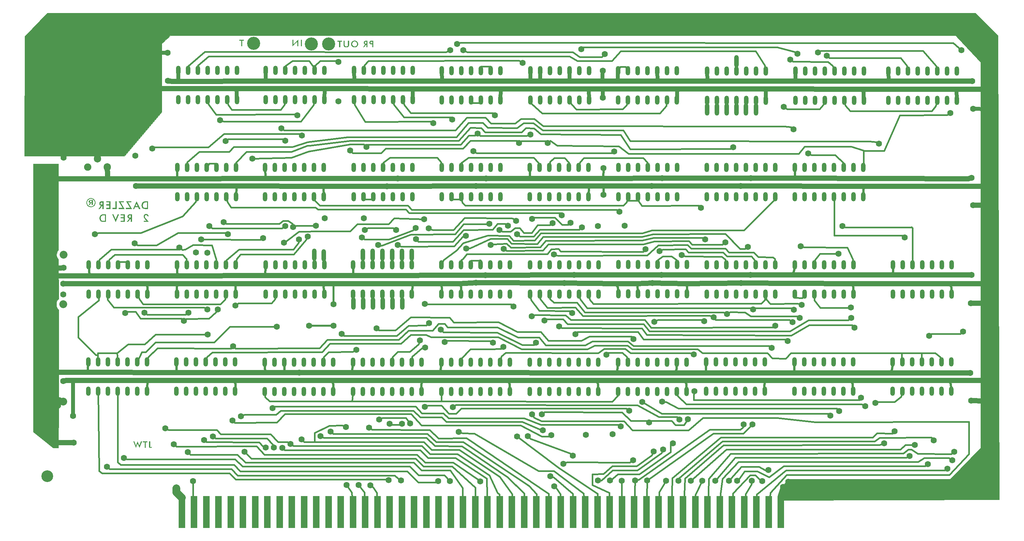
<source format=gbl>
G04 #@! TF.GenerationSoftware,KiCad,Pcbnew,8.0.6*
G04 #@! TF.CreationDate,2024-10-27T13:34:51-07:00*
G04 #@! TF.ProjectId,Dazzler2 Rev D,44617a7a-6c65-4723-9220-52657620442e,rev?*
G04 #@! TF.SameCoordinates,Original*
G04 #@! TF.FileFunction,Copper,L2,Bot*
G04 #@! TF.FilePolarity,Positive*
%FSLAX46Y46*%
G04 Gerber Fmt 4.6, Leading zero omitted, Abs format (unit mm)*
G04 Created by KiCad (PCBNEW 8.0.6) date 2024-10-27 13:34:51*
%MOMM*%
%LPD*%
G01*
G04 APERTURE LIST*
G04 #@! TA.AperFunction,NonConductor*
%ADD10C,0.100000*%
G04 #@! TD*
%ADD11C,0.203200*%
G04 #@! TA.AperFunction,NonConductor*
%ADD12C,0.203200*%
G04 #@! TD*
G04 #@! TA.AperFunction,ComponentPad*
%ADD13O,1.200000X2.400000*%
G04 #@! TD*
G04 #@! TA.AperFunction,ComponentPad*
%ADD14O,1.200000X3.200000*%
G04 #@! TD*
G04 #@! TA.AperFunction,ComponentPad*
%ADD15C,1.905000*%
G04 #@! TD*
G04 #@! TA.AperFunction,ComponentPad*
%ADD16O,1.905000X2.000000*%
G04 #@! TD*
G04 #@! TA.AperFunction,ComponentPad*
%ADD17C,3.048000*%
G04 #@! TD*
G04 #@! TA.AperFunction,ConnectorPad*
%ADD18R,1.778000X8.382000*%
G04 #@! TD*
G04 #@! TA.AperFunction,ViaPad*
%ADD19C,1.600000*%
G04 #@! TD*
G04 #@! TA.AperFunction,ViaPad*
%ADD20C,2.032000*%
G04 #@! TD*
G04 #@! TA.AperFunction,ViaPad*
%ADD21C,3.400000*%
G04 #@! TD*
G04 #@! TA.AperFunction,Conductor*
%ADD22C,1.350000*%
G04 #@! TD*
G04 #@! TA.AperFunction,Conductor*
%ADD23C,0.400000*%
G04 #@! TD*
G04 #@! TA.AperFunction,Conductor*
%ADD24C,0.609600*%
G04 #@! TD*
G04 #@! TA.AperFunction,Conductor*
%ADD25C,1.016000*%
G04 #@! TD*
G04 #@! TA.AperFunction,Conductor*
%ADD26C,2.032000*%
G04 #@! TD*
G04 #@! TA.AperFunction,Conductor*
%ADD27C,0.508000*%
G04 #@! TD*
G04 APERTURE END LIST*
D10*
X271856200Y-31242000D02*
X272262600Y-151815800D01*
X214706200Y-151993600D01*
X214706200Y-150774400D01*
X215290400Y-148996400D01*
X217627200Y-146532600D01*
X259562600Y-146558000D01*
X267411200Y-138430000D01*
X267385800Y-38150800D01*
X260883400Y-31216600D01*
X56997600Y-31216600D01*
X54711600Y-33299400D01*
X54711600Y-51130200D01*
X45085000Y-62560200D01*
X19100800Y-62560200D01*
X19126200Y-31419800D01*
X24993600Y-25374600D01*
X266039600Y-25374600D01*
X271856200Y-31242000D01*
G04 #@! TA.AperFunction,NonConductor*
G36*
X271856200Y-31242000D02*
G01*
X272262600Y-151815800D01*
X214706200Y-151993600D01*
X214706200Y-150774400D01*
X215290400Y-148996400D01*
X217627200Y-146532600D01*
X259562600Y-146558000D01*
X267411200Y-138430000D01*
X267385800Y-38150800D01*
X260883400Y-31216600D01*
X56997600Y-31216600D01*
X54711600Y-33299400D01*
X54711600Y-51130200D01*
X45085000Y-62560200D01*
X19100800Y-62560200D01*
X19126200Y-31419800D01*
X24993600Y-25374600D01*
X266039600Y-25374600D01*
X271856200Y-31242000D01*
G37*
G04 #@! TD.AperFunction*
X27889200Y-86969600D02*
X27635200Y-87249000D01*
X27508200Y-87680800D01*
X27406600Y-88188800D01*
X27406600Y-88341200D01*
X27482800Y-88671400D01*
X27584400Y-89027000D01*
X27889200Y-89382600D01*
X27914600Y-89535000D01*
X27965400Y-99669600D01*
X27787600Y-99796600D01*
X27559000Y-100126800D01*
X27381200Y-100507800D01*
X27330400Y-100888800D01*
X27355800Y-101320600D01*
X27355800Y-101650800D01*
X27533600Y-101981000D01*
X27686000Y-102260400D01*
X27965400Y-102514400D01*
X27965400Y-125171200D01*
X28524200Y-125374400D01*
X28498800Y-127711200D01*
X27965400Y-128168400D01*
X27914600Y-138404600D01*
X26517600Y-138379200D01*
X21386800Y-134239000D01*
X21361400Y-64592200D01*
X27914600Y-64592200D01*
X27889200Y-86969600D01*
G04 #@! TA.AperFunction,NonConductor*
G36*
X27889200Y-86969600D02*
G01*
X27635200Y-87249000D01*
X27508200Y-87680800D01*
X27406600Y-88188800D01*
X27406600Y-88341200D01*
X27482800Y-88671400D01*
X27584400Y-89027000D01*
X27889200Y-89382600D01*
X27914600Y-89535000D01*
X27965400Y-99669600D01*
X27787600Y-99796600D01*
X27559000Y-100126800D01*
X27381200Y-100507800D01*
X27330400Y-100888800D01*
X27355800Y-101320600D01*
X27355800Y-101650800D01*
X27533600Y-101981000D01*
X27686000Y-102260400D01*
X27965400Y-102514400D01*
X27965400Y-125171200D01*
X28524200Y-125374400D01*
X28498800Y-127711200D01*
X27965400Y-128168400D01*
X27914600Y-138404600D01*
X26517600Y-138379200D01*
X21386800Y-134239000D01*
X21361400Y-64592200D01*
X27914600Y-64592200D01*
X27889200Y-86969600D01*
G37*
G04 #@! TD.AperFunction*
D11*
D12*
G36*
X91122362Y-34001001D02*
G01*
X91122362Y-32300289D01*
X90844584Y-32300289D01*
X90844584Y-34001001D01*
X91122362Y-34001001D01*
G37*
G36*
X90216782Y-34001001D02*
G01*
X90216782Y-32247141D01*
X89131001Y-33272717D01*
X89072153Y-33333166D01*
X89040900Y-33366970D01*
X88985052Y-33430676D01*
X88944986Y-33479493D01*
X88944986Y-32300289D01*
X88688384Y-32300289D01*
X88688384Y-34027574D01*
X89796587Y-33009057D01*
X89856301Y-32947719D01*
X89882536Y-32918541D01*
X89934878Y-32853902D01*
X89961011Y-32818474D01*
X89961011Y-34001001D01*
X90216782Y-34001001D01*
G37*
D11*
D12*
G36*
X51193681Y-76310000D02*
G01*
X50752579Y-76310000D01*
X50664651Y-76310000D01*
X50578678Y-76309328D01*
X50460709Y-76305802D01*
X50355928Y-76299253D01*
X50250354Y-76287792D01*
X50140995Y-76267013D01*
X50120072Y-76261412D01*
X50019751Y-76226598D01*
X49926586Y-76180431D01*
X49840576Y-76122909D01*
X49758449Y-76051499D01*
X49686947Y-75971113D01*
X49626070Y-75881750D01*
X49575817Y-75783412D01*
X49549923Y-75717526D01*
X49521045Y-75620357D01*
X49500769Y-75517438D01*
X49489095Y-75408768D01*
X49485935Y-75311046D01*
X49485966Y-75309581D01*
X49826898Y-75309581D01*
X49827401Y-75345613D01*
X49834935Y-75448662D01*
X49853912Y-75554278D01*
X49884051Y-75650544D01*
X49925095Y-75737202D01*
X49983247Y-75821838D01*
X50055021Y-75895275D01*
X50070945Y-75908466D01*
X50158422Y-75963470D01*
X50251881Y-75998346D01*
X50281984Y-76005444D01*
X50383028Y-76020084D01*
X50485621Y-76026739D01*
X50591867Y-76028632D01*
X50866884Y-76028632D01*
X50866884Y-74590530D01*
X50748671Y-74590530D01*
X50630457Y-74590530D01*
X50569412Y-74591011D01*
X50459869Y-74594858D01*
X50356631Y-74603783D01*
X50259208Y-74621304D01*
X50229945Y-74629532D01*
X50135938Y-74668668D01*
X50055021Y-74723886D01*
X49989209Y-74790233D01*
X49929819Y-74874013D01*
X49884051Y-74969106D01*
X49870656Y-75006376D01*
X49844982Y-75106163D01*
X49831419Y-75204046D01*
X49826898Y-75309581D01*
X49485966Y-75309581D01*
X49487340Y-75245292D01*
X49496556Y-75134665D01*
X49514374Y-75029696D01*
X49540795Y-74930383D01*
X49575817Y-74836727D01*
X49626070Y-74737595D01*
X49686947Y-74647805D01*
X49758449Y-74567357D01*
X49840576Y-74496252D01*
X49865688Y-74477804D01*
X49954913Y-74423689D01*
X50052629Y-74380927D01*
X50147833Y-74352149D01*
X50208708Y-74339765D01*
X50314850Y-74325954D01*
X50425251Y-74317390D01*
X50530948Y-74312562D01*
X50649096Y-74309834D01*
X50752579Y-74309162D01*
X51193681Y-74309162D01*
X51193681Y-76310000D01*
G37*
G36*
X49171351Y-76310000D02*
G01*
X48827945Y-76310000D01*
X48594449Y-75809790D01*
X47797240Y-75809790D01*
X47569606Y-76310000D01*
X47224735Y-76310000D01*
X47604647Y-75528422D01*
X47913011Y-75528422D01*
X48473304Y-75528422D01*
X48267163Y-75098555D01*
X48264784Y-75092905D01*
X48229550Y-75000369D01*
X48222658Y-74979927D01*
X48194379Y-74884598D01*
X48187235Y-74908898D01*
X48156277Y-75004277D01*
X48155058Y-75007593D01*
X48119152Y-75098555D01*
X47913011Y-75528422D01*
X47604647Y-75528422D01*
X48197310Y-74309162D01*
X49171351Y-76310000D01*
G37*
G36*
X46978050Y-76310000D02*
G01*
X45953207Y-74590530D01*
X46806591Y-74590530D01*
X46806591Y-74309162D01*
X45450555Y-74309162D01*
X46465628Y-76028632D01*
X45437854Y-76028632D01*
X45437854Y-76310000D01*
X46978050Y-76310000D01*
G37*
G36*
X45092495Y-76310000D02*
G01*
X44067652Y-74590530D01*
X44921036Y-74590530D01*
X44921036Y-74309162D01*
X43565000Y-74309162D01*
X44580073Y-76028632D01*
X43552300Y-76028632D01*
X43552300Y-76310000D01*
X45092495Y-76310000D01*
G37*
G36*
X43000799Y-76310000D02*
G01*
X43000799Y-74309162D01*
X42674002Y-74309162D01*
X42674002Y-76028632D01*
X41943228Y-76028632D01*
X41943228Y-76310000D01*
X43000799Y-76310000D01*
G37*
G36*
X41412244Y-76310000D02*
G01*
X41412244Y-74309162D01*
X40289704Y-74309162D01*
X40289704Y-74590530D01*
X41085447Y-74590530D01*
X41085447Y-75090739D01*
X40289704Y-75090739D01*
X40289704Y-75372107D01*
X41085447Y-75372107D01*
X41085447Y-76028632D01*
X40289704Y-76028632D01*
X40289704Y-76310000D01*
X41412244Y-76310000D01*
G37*
G36*
X39649787Y-76310000D02*
G01*
X39343507Y-76310000D01*
X39343507Y-75434633D01*
X39306382Y-75434633D01*
X38637157Y-76310000D01*
X38267861Y-76310000D01*
X38960046Y-75419979D01*
X38878415Y-75405656D01*
X38781756Y-75374485D01*
X38689655Y-75322922D01*
X38615175Y-75253893D01*
X38564097Y-75177873D01*
X38524079Y-75076439D01*
X38504013Y-74972132D01*
X38500163Y-74901695D01*
X38834016Y-74901695D01*
X38835352Y-74939767D01*
X38858142Y-75042835D01*
X38919501Y-75122491D01*
X38957506Y-75143574D01*
X39059027Y-75170897D01*
X39158747Y-75181560D01*
X39263884Y-75184528D01*
X39322990Y-75184528D01*
X39322990Y-74590530D01*
X39263884Y-74590530D01*
X39218908Y-74591148D01*
X39112365Y-74598842D01*
X39015786Y-74618007D01*
X38925363Y-74660872D01*
X38885399Y-74702118D01*
X38844810Y-74796102D01*
X38834016Y-74901695D01*
X38500163Y-74901695D01*
X38498427Y-74869944D01*
X38500858Y-74810111D01*
X38516336Y-74712543D01*
X38549229Y-74613977D01*
X38566142Y-74578543D01*
X38619829Y-74496237D01*
X38693332Y-74423468D01*
X38698279Y-74419655D01*
X38785855Y-74367998D01*
X38882376Y-74335540D01*
X38889364Y-74333917D01*
X38986989Y-74318461D01*
X39087758Y-74311249D01*
X39193542Y-74309162D01*
X39649787Y-74309162D01*
X39649787Y-76310000D01*
G37*
G36*
X50017896Y-79419895D02*
G01*
X50017896Y-79670000D01*
X51365628Y-79670000D01*
X50613849Y-78758485D01*
X50548483Y-78674649D01*
X50486260Y-78586610D01*
X50431172Y-78496583D01*
X50409173Y-78454647D01*
X50369881Y-78359896D01*
X50346960Y-78258035D01*
X50344693Y-78217243D01*
X50355198Y-78119526D01*
X50394702Y-78023986D01*
X50433598Y-77975931D01*
X50516238Y-77919002D01*
X50611699Y-77892211D01*
X50675886Y-77888004D01*
X50779513Y-77902193D01*
X50873440Y-77949209D01*
X50902544Y-77973977D01*
X50962196Y-78052860D01*
X50995888Y-78149801D01*
X51002683Y-78200635D01*
X51317268Y-78200635D01*
X51310897Y-78102832D01*
X51287358Y-77998497D01*
X51246476Y-77904681D01*
X51188249Y-77821383D01*
X51136040Y-77768325D01*
X51050578Y-77705323D01*
X50953196Y-77657795D01*
X50843892Y-77625742D01*
X50740714Y-77610583D01*
X50648043Y-77606636D01*
X50543194Y-77612011D01*
X50431810Y-77631870D01*
X50332206Y-77666361D01*
X50244384Y-77715485D01*
X50188866Y-77759532D01*
X50115135Y-77842941D01*
X50062471Y-77940272D01*
X50033669Y-78036856D01*
X50020997Y-78144100D01*
X50020339Y-78176699D01*
X50028028Y-78282757D01*
X50051096Y-78389356D01*
X50084512Y-78484565D01*
X50117547Y-78556252D01*
X50170217Y-78648325D01*
X50231847Y-78740455D01*
X50294828Y-78826543D01*
X50368375Y-78921099D01*
X50434820Y-79002840D01*
X50508028Y-79090000D01*
X50527387Y-79112637D01*
X50782865Y-79419895D01*
X50017896Y-79419895D01*
G37*
G36*
X46994658Y-79670000D02*
G01*
X46688378Y-79670000D01*
X46688378Y-78794633D01*
X46651253Y-78794633D01*
X45982027Y-79670000D01*
X45612732Y-79670000D01*
X46304916Y-78779979D01*
X46223286Y-78765656D01*
X46126627Y-78734485D01*
X46034526Y-78682922D01*
X45960046Y-78613893D01*
X45908968Y-78537873D01*
X45868950Y-78436439D01*
X45848884Y-78332132D01*
X45845033Y-78261695D01*
X46178887Y-78261695D01*
X46180223Y-78299767D01*
X46203013Y-78402835D01*
X46264372Y-78482491D01*
X46302377Y-78503574D01*
X46403898Y-78530897D01*
X46503618Y-78541560D01*
X46608755Y-78544528D01*
X46667861Y-78544528D01*
X46667861Y-77950530D01*
X46608755Y-77950530D01*
X46563779Y-77951148D01*
X46457236Y-77958842D01*
X46360657Y-77978007D01*
X46270234Y-78020872D01*
X46230270Y-78062118D01*
X46189681Y-78156102D01*
X46178887Y-78261695D01*
X45845033Y-78261695D01*
X45843297Y-78229944D01*
X45845728Y-78170111D01*
X45861207Y-78072543D01*
X45894100Y-77973977D01*
X45911013Y-77938543D01*
X45964700Y-77856237D01*
X46038203Y-77783468D01*
X46043150Y-77779655D01*
X46130726Y-77727998D01*
X46227247Y-77695540D01*
X46234235Y-77693917D01*
X46331860Y-77678461D01*
X46432629Y-77671249D01*
X46538413Y-77669162D01*
X46994658Y-77669162D01*
X46994658Y-79670000D01*
G37*
G36*
X45154044Y-79670000D02*
G01*
X45154044Y-77669162D01*
X44031504Y-77669162D01*
X44031504Y-77950530D01*
X44827247Y-77950530D01*
X44827247Y-78450739D01*
X44031504Y-78450739D01*
X44031504Y-78732107D01*
X44827247Y-78732107D01*
X44827247Y-79388632D01*
X44031504Y-79388632D01*
X44031504Y-79670000D01*
X45154044Y-79670000D01*
G37*
G36*
X42752648Y-79701263D02*
G01*
X43649997Y-77669162D01*
X43310499Y-77669162D01*
X42860115Y-78735038D01*
X42821554Y-78829653D01*
X42794170Y-78906496D01*
X42765586Y-79001942D01*
X42752648Y-79056461D01*
X42726431Y-78960329D01*
X42707219Y-78900635D01*
X42673354Y-78808568D01*
X42642739Y-78735038D01*
X42193821Y-77669162D01*
X41855789Y-77669162D01*
X42752648Y-79701263D01*
G37*
G36*
X40271141Y-79670000D02*
G01*
X39830039Y-79670000D01*
X39742111Y-79670000D01*
X39656138Y-79669328D01*
X39538168Y-79665802D01*
X39433388Y-79659253D01*
X39327814Y-79647792D01*
X39218454Y-79627013D01*
X39197532Y-79621412D01*
X39097211Y-79586598D01*
X39004046Y-79540431D01*
X38918036Y-79482909D01*
X38835909Y-79411499D01*
X38764407Y-79331113D01*
X38703530Y-79241750D01*
X38653277Y-79143412D01*
X38627383Y-79077526D01*
X38598505Y-78980357D01*
X38578229Y-78877438D01*
X38566555Y-78768768D01*
X38563395Y-78671046D01*
X38563426Y-78669581D01*
X38904358Y-78669581D01*
X38904861Y-78705613D01*
X38912395Y-78808662D01*
X38931372Y-78914278D01*
X38961511Y-79010544D01*
X39002555Y-79097202D01*
X39060707Y-79181838D01*
X39132481Y-79255275D01*
X39148405Y-79268466D01*
X39235882Y-79323470D01*
X39329341Y-79358346D01*
X39359444Y-79365444D01*
X39460488Y-79380084D01*
X39563081Y-79386739D01*
X39669327Y-79388632D01*
X39944344Y-79388632D01*
X39944344Y-77950530D01*
X39826131Y-77950530D01*
X39707917Y-77950530D01*
X39646872Y-77951011D01*
X39537329Y-77954858D01*
X39434091Y-77963783D01*
X39336668Y-77981304D01*
X39307405Y-77989532D01*
X39213398Y-78028668D01*
X39132481Y-78083886D01*
X39066669Y-78150233D01*
X39007279Y-78234013D01*
X38961511Y-78329106D01*
X38948116Y-78366376D01*
X38922442Y-78466163D01*
X38908879Y-78564046D01*
X38904358Y-78669581D01*
X38563426Y-78669581D01*
X38564800Y-78605292D01*
X38574016Y-78494665D01*
X38591834Y-78389696D01*
X38618254Y-78290383D01*
X38653277Y-78196727D01*
X38703530Y-78097595D01*
X38764407Y-78007805D01*
X38835909Y-77927357D01*
X38918036Y-77856252D01*
X38943147Y-77837804D01*
X39032372Y-77783689D01*
X39130089Y-77740927D01*
X39225293Y-77712149D01*
X39286168Y-77699765D01*
X39392310Y-77685954D01*
X39502711Y-77677390D01*
X39608408Y-77672562D01*
X39726556Y-77669834D01*
X39830039Y-77669162D01*
X40271141Y-77669162D01*
X40271141Y-79670000D01*
G37*
D11*
D12*
G36*
X52025046Y-138084837D02*
G01*
X51964902Y-138143880D01*
X51942419Y-138159160D01*
X51860903Y-138182389D01*
X51858131Y-138182412D01*
X51774861Y-138161651D01*
X51743117Y-138129264D01*
X51717198Y-138046456D01*
X51710192Y-137956819D01*
X51709900Y-137930377D01*
X51709900Y-136694289D01*
X51434198Y-136694289D01*
X51434198Y-138020063D01*
X51438788Y-138105302D01*
X51455273Y-138189921D01*
X51488150Y-138268802D01*
X51530113Y-138324414D01*
X51600301Y-138375651D01*
X51681430Y-138405539D01*
X51767826Y-138419202D01*
X51828651Y-138421574D01*
X51916175Y-138414996D01*
X52002461Y-138393197D01*
X52031274Y-138381714D01*
X52108569Y-138338048D01*
X52176927Y-138282415D01*
X52202342Y-138257150D01*
X52025046Y-138084837D01*
G37*
G36*
X50289457Y-136933451D02*
G01*
X50289457Y-138395001D01*
X50567234Y-138395001D01*
X50567234Y-136933451D01*
X51021477Y-136933451D01*
X51021477Y-136694289D01*
X49837290Y-136694289D01*
X49837290Y-136933451D01*
X50289457Y-136933451D01*
G37*
G36*
X49601864Y-136694289D02*
G01*
X49327408Y-136694289D01*
X49003958Y-137552949D01*
X48974893Y-137632462D01*
X48950810Y-137701595D01*
X48924431Y-137781944D01*
X48912611Y-137821176D01*
X48886814Y-137737623D01*
X48860287Y-137655124D01*
X48833031Y-137573679D01*
X48827492Y-137557516D01*
X48819188Y-137535510D01*
X48475807Y-136667715D01*
X48113741Y-137552949D01*
X48084342Y-137632825D01*
X48065577Y-137687478D01*
X48039483Y-137767794D01*
X48022810Y-137823252D01*
X48001807Y-137742685D01*
X47991254Y-137708238D01*
X47963488Y-137625588D01*
X47939767Y-137559592D01*
X47618808Y-136694289D01*
X47341861Y-136694289D01*
X48004125Y-138421574D01*
X48394010Y-137491082D01*
X48424405Y-137411867D01*
X48440929Y-137366518D01*
X48467691Y-137287250D01*
X48478298Y-137253165D01*
X48503211Y-137335397D01*
X48518159Y-137381466D01*
X48545777Y-137461127D01*
X48558849Y-137495649D01*
X48942091Y-138421574D01*
X49601864Y-136694289D01*
G37*
D11*
D12*
G36*
X109668929Y-34255001D02*
G01*
X109408591Y-34255001D01*
X109408591Y-33484365D01*
X109303542Y-33484365D01*
X109248734Y-33484365D01*
X109237152Y-33484346D01*
X109151450Y-33482822D01*
X109061692Y-33477486D01*
X108973863Y-33464850D01*
X108896059Y-33440716D01*
X108820234Y-33399247D01*
X108795804Y-33380147D01*
X108736675Y-33315341D01*
X108694009Y-33240220D01*
X108674027Y-33188241D01*
X108654759Y-33106087D01*
X108649101Y-33029292D01*
X108934418Y-33029292D01*
X108934719Y-33044110D01*
X108953725Y-33131850D01*
X109011647Y-33197869D01*
X109052644Y-33216312D01*
X109136855Y-33234802D01*
X109225944Y-33242938D01*
X109319735Y-33245203D01*
X109391152Y-33245203D01*
X109391152Y-32793451D01*
X109319735Y-32793451D01*
X109279611Y-32793918D01*
X109184494Y-32799731D01*
X109098148Y-32814212D01*
X109017045Y-32846599D01*
X108988964Y-32869215D01*
X108946037Y-32942876D01*
X108934418Y-33029292D01*
X108649101Y-33029292D01*
X108648336Y-33018912D01*
X108650521Y-32967387D01*
X108664438Y-32883589D01*
X108694009Y-32799264D01*
X108709024Y-32769117D01*
X108756223Y-32700032D01*
X108820234Y-32640653D01*
X108891235Y-32601104D01*
X108973863Y-32574634D01*
X108991236Y-32570998D01*
X109078100Y-32560031D01*
X109161487Y-32555560D01*
X109248734Y-32554289D01*
X109668929Y-32554289D01*
X109668929Y-34255001D01*
G37*
G36*
X108170841Y-34255001D02*
G01*
X107910503Y-34255001D01*
X107910503Y-33510939D01*
X107878946Y-33510939D01*
X107310105Y-34255001D01*
X106996204Y-34255001D01*
X107584561Y-33498483D01*
X107515175Y-33486309D01*
X107433014Y-33459813D01*
X107354729Y-33415984D01*
X107291420Y-33357310D01*
X107248005Y-33292693D01*
X107213989Y-33206474D01*
X107196933Y-33117813D01*
X107193660Y-33057942D01*
X107477436Y-33057942D01*
X107478571Y-33090303D01*
X107497943Y-33177911D01*
X107550098Y-33245618D01*
X107582402Y-33263539D01*
X107668695Y-33286763D01*
X107753457Y-33295827D01*
X107842823Y-33298350D01*
X107893064Y-33298350D01*
X107893064Y-32793451D01*
X107842823Y-32793451D01*
X107804594Y-32793977D01*
X107714032Y-32800516D01*
X107631940Y-32816807D01*
X107555080Y-32853242D01*
X107521111Y-32888301D01*
X107486610Y-32968187D01*
X107477436Y-33057942D01*
X107193660Y-33057942D01*
X107192184Y-33030953D01*
X107194251Y-32980095D01*
X107207408Y-32897163D01*
X107235367Y-32813382D01*
X107249743Y-32783262D01*
X107295376Y-32713302D01*
X107357854Y-32651449D01*
X107362059Y-32648208D01*
X107436499Y-32604299D01*
X107518542Y-32576710D01*
X107524482Y-32575331D01*
X107607463Y-32562193D01*
X107693116Y-32556062D01*
X107783032Y-32554289D01*
X108170841Y-32554289D01*
X108170841Y-34255001D01*
G37*
G36*
X104908332Y-32505268D02*
G01*
X104997473Y-32517646D01*
X105084175Y-32538277D01*
X105168437Y-32567160D01*
X105249092Y-32603959D01*
X105325387Y-32648334D01*
X105397323Y-32700288D01*
X105464899Y-32759819D01*
X105526351Y-32825656D01*
X105579913Y-32895697D01*
X105625586Y-32969943D01*
X105663371Y-33048392D01*
X105692981Y-33130241D01*
X105714131Y-33214685D01*
X105726820Y-33301724D01*
X105731050Y-33391358D01*
X105726820Y-33481485D01*
X105714131Y-33568757D01*
X105692981Y-33653175D01*
X105663371Y-33734739D01*
X105625586Y-33812565D01*
X105579913Y-33886188D01*
X105526351Y-33955606D01*
X105464899Y-34020820D01*
X105398128Y-34079755D01*
X105326529Y-34131578D01*
X105250104Y-34176292D01*
X105168852Y-34213894D01*
X105083941Y-34243504D01*
X104996954Y-34264654D01*
X104907891Y-34277344D01*
X104816752Y-34281574D01*
X104726651Y-34277370D01*
X104638625Y-34264758D01*
X104552676Y-34243738D01*
X104468803Y-34214310D01*
X104388070Y-34176992D01*
X104311542Y-34132305D01*
X104239217Y-34080248D01*
X104171096Y-34020820D01*
X104109618Y-33955528D01*
X104055978Y-33885876D01*
X104010175Y-33811865D01*
X103972209Y-33733493D01*
X103942236Y-33651541D01*
X103920826Y-33567200D01*
X103907981Y-33480473D01*
X103903759Y-33392603D01*
X104193102Y-33392603D01*
X104197725Y-33473132D01*
X104213487Y-33558903D01*
X104240436Y-33641731D01*
X104274075Y-33712958D01*
X104320444Y-33785594D01*
X104376626Y-33852244D01*
X104434951Y-33905857D01*
X104504353Y-33954996D01*
X104579250Y-33993832D01*
X104650793Y-34019450D01*
X104732301Y-34036671D01*
X104816752Y-34042412D01*
X104895042Y-34037667D01*
X104977977Y-34021490D01*
X105057575Y-33993832D01*
X105125810Y-33958952D01*
X105195435Y-33910750D01*
X105259369Y-33852244D01*
X105310808Y-33791941D01*
X105357931Y-33719987D01*
X105395143Y-33642146D01*
X105419667Y-33567108D01*
X105436152Y-33481475D01*
X105441647Y-33392603D01*
X105437106Y-33310721D01*
X105421620Y-33223928D01*
X105395143Y-33140569D01*
X105361723Y-33069026D01*
X105315501Y-32996511D01*
X105259369Y-32930472D01*
X105201401Y-32876899D01*
X105132017Y-32827899D01*
X105056745Y-32789299D01*
X104984423Y-32763462D01*
X104902059Y-32746094D01*
X104816752Y-32740304D01*
X104739078Y-32745129D01*
X104656446Y-32761583D01*
X104576759Y-32789714D01*
X104508330Y-32824513D01*
X104439240Y-32872439D01*
X104376626Y-32930472D01*
X104325146Y-32990896D01*
X104277885Y-33063265D01*
X104240436Y-33141815D01*
X104215475Y-33217332D01*
X104198695Y-33303398D01*
X104193102Y-33392603D01*
X103903759Y-33392603D01*
X103903699Y-33391358D01*
X103907981Y-33302606D01*
X103920826Y-33216138D01*
X103942236Y-33131954D01*
X103972209Y-33050053D01*
X104010175Y-32971188D01*
X104055978Y-32896528D01*
X104109618Y-32826071D01*
X104171096Y-32759819D01*
X104238646Y-32700288D01*
X104310504Y-32648334D01*
X104386669Y-32603959D01*
X104467143Y-32567160D01*
X104550964Y-32538277D01*
X104637172Y-32517646D01*
X104725768Y-32505268D01*
X104816752Y-32501141D01*
X104908332Y-32505268D01*
G37*
G36*
X103369735Y-32554289D02*
G01*
X103095279Y-32554289D01*
X103095279Y-33583186D01*
X103090173Y-33677996D01*
X103074854Y-33761878D01*
X103044842Y-33844363D01*
X102995135Y-33920098D01*
X102988570Y-33927398D01*
X102920002Y-33982995D01*
X102834816Y-34020397D01*
X102745143Y-34038368D01*
X102669271Y-34042412D01*
X102581815Y-34036908D01*
X102494127Y-34017140D01*
X102411112Y-33977716D01*
X102351218Y-33927398D01*
X102299434Y-33853670D01*
X102267631Y-33772970D01*
X102250788Y-33690648D01*
X102244198Y-33597399D01*
X102244093Y-33583186D01*
X102244093Y-32554289D01*
X101965900Y-32554289D01*
X101965900Y-33608514D01*
X101970178Y-33709858D01*
X101983012Y-33802910D01*
X102004401Y-33887670D01*
X102041361Y-33978436D01*
X102090642Y-34057261D01*
X102141120Y-34113828D01*
X102213061Y-34170836D01*
X102297467Y-34216048D01*
X102377329Y-34244716D01*
X102465847Y-34265193D01*
X102563023Y-34277479D01*
X102646997Y-34281410D01*
X102668856Y-34281574D01*
X102754292Y-34278966D01*
X102853224Y-34268371D01*
X102943417Y-34249625D01*
X103024872Y-34222730D01*
X103111084Y-34179697D01*
X103184713Y-34124928D01*
X103195761Y-34114659D01*
X103254885Y-34045881D01*
X103301776Y-33965046D01*
X103336435Y-33872153D01*
X103355973Y-33785532D01*
X103367017Y-33690538D01*
X103369735Y-33608514D01*
X103369735Y-32554289D01*
G37*
G36*
X100807457Y-32793451D02*
G01*
X100807457Y-34255001D01*
X101085234Y-34255001D01*
X101085234Y-32793451D01*
X101539477Y-32793451D01*
X101539477Y-32554289D01*
X100355290Y-32554289D01*
X100355290Y-32793451D01*
X100807457Y-32793451D01*
G37*
D11*
D12*
G36*
X36817420Y-75269711D02*
G01*
X36535979Y-75269711D01*
X36535979Y-74730423D01*
X36332622Y-74730423D01*
X36073090Y-75269711D01*
X35759066Y-75269711D01*
X36051181Y-74683235D01*
X36033878Y-74679268D01*
X35926892Y-74637733D01*
X35834904Y-74560772D01*
X35821351Y-74542958D01*
X35773582Y-74440854D01*
X35763111Y-74357977D01*
X36047810Y-74357977D01*
X36053587Y-74410002D01*
X36120839Y-74504596D01*
X36125452Y-74507430D01*
X36236996Y-74543058D01*
X36351160Y-74550660D01*
X36535979Y-74550660D01*
X36535979Y-74155182D01*
X36364080Y-74155182D01*
X36343853Y-74155375D01*
X36229275Y-74166044D01*
X36123648Y-74204617D01*
X36077434Y-74249093D01*
X36047810Y-74357977D01*
X35763111Y-74357977D01*
X35759066Y-74325957D01*
X35765814Y-74254292D01*
X35814145Y-74142595D01*
X35900068Y-74064177D01*
X35967854Y-74029593D01*
X36086701Y-73994922D01*
X36200422Y-73979667D01*
X36313522Y-73975420D01*
X36817420Y-73975420D01*
X36817420Y-75269711D01*
G37*
G36*
X36444503Y-73476089D02*
G01*
X36558277Y-73490475D01*
X36667978Y-73515325D01*
X36786523Y-73555786D01*
X36862373Y-73589998D01*
X36970669Y-73651908D01*
X37072388Y-73726525D01*
X37157284Y-73803521D01*
X37237685Y-73891753D01*
X37308116Y-73985672D01*
X37368575Y-74085279D01*
X37419063Y-74190573D01*
X37458632Y-74299695D01*
X37486895Y-74410782D01*
X37503853Y-74523836D01*
X37509506Y-74638856D01*
X37505366Y-74738873D01*
X37490497Y-74850742D01*
X37460844Y-74973489D01*
X37422995Y-75079837D01*
X37374509Y-75181972D01*
X37316121Y-75278840D01*
X37247832Y-75370442D01*
X37169642Y-75456777D01*
X37083026Y-75537179D01*
X36990582Y-75607609D01*
X36892309Y-75668068D01*
X36788208Y-75718556D01*
X36680035Y-75758125D01*
X36569544Y-75786389D01*
X36456735Y-75803347D01*
X36341610Y-75809000D01*
X36227503Y-75803487D01*
X36115502Y-75786950D01*
X36005608Y-75759389D01*
X35897821Y-75720803D01*
X35793755Y-75671614D01*
X35695026Y-75612805D01*
X35601634Y-75544376D01*
X35513578Y-75466327D01*
X35434862Y-75382063D01*
X35366116Y-75291620D01*
X35307342Y-75194997D01*
X35258540Y-75092196D01*
X35220200Y-74984443D01*
X35192814Y-74872969D01*
X35176382Y-74757774D01*
X35171707Y-74656271D01*
X35341680Y-74656271D01*
X35341976Y-74680701D01*
X35352345Y-74800546D01*
X35377525Y-74916552D01*
X35417517Y-75028717D01*
X35427249Y-75050535D01*
X35483480Y-75154823D01*
X35552328Y-75251101D01*
X35633794Y-75339369D01*
X35661717Y-75365516D01*
X35749394Y-75436668D01*
X35853692Y-75502905D01*
X35965232Y-75555646D01*
X35999867Y-75568798D01*
X36118100Y-75603293D01*
X36240612Y-75623416D01*
X36354531Y-75629237D01*
X36378228Y-75628938D01*
X36495593Y-75618493D01*
X36611094Y-75593126D01*
X36724729Y-75552838D01*
X36747053Y-75542961D01*
X36854259Y-75485874D01*
X36954113Y-75415951D01*
X37046617Y-75333190D01*
X37063981Y-75315422D01*
X37142967Y-75222304D01*
X37208897Y-75122054D01*
X37261771Y-75014673D01*
X37270750Y-74992343D01*
X37306957Y-74878587D01*
X37328681Y-74761320D01*
X37335923Y-74640542D01*
X37335618Y-74616092D01*
X37324942Y-74495555D01*
X37299016Y-74377871D01*
X37257838Y-74263040D01*
X37237264Y-74218082D01*
X37176612Y-74110448D01*
X37110767Y-74019394D01*
X37034258Y-73933849D01*
X37016499Y-73916700D01*
X36923689Y-73838921D01*
X36824185Y-73774418D01*
X36717988Y-73723190D01*
X36684874Y-73710440D01*
X36570854Y-73676998D01*
X36451239Y-73657490D01*
X36338801Y-73651847D01*
X36313401Y-73652141D01*
X36189101Y-73662432D01*
X36069300Y-73687426D01*
X35953997Y-73727122D01*
X35920377Y-73741839D01*
X35812589Y-73799595D01*
X35711385Y-73870736D01*
X35625930Y-73946208D01*
X35608642Y-73964189D01*
X35530238Y-74058437D01*
X35465218Y-74159927D01*
X35413585Y-74268658D01*
X35400735Y-74302514D01*
X35367029Y-74419079D01*
X35347368Y-74541350D01*
X35341680Y-74656271D01*
X35171707Y-74656271D01*
X35170905Y-74638856D01*
X35176242Y-74522818D01*
X35192252Y-74410080D01*
X35218936Y-74300643D01*
X35256293Y-74194505D01*
X35297359Y-74105203D01*
X35361061Y-73996626D01*
X35427980Y-73906007D01*
X35504590Y-73820936D01*
X35591206Y-73740218D01*
X35683650Y-73669963D01*
X35781923Y-73610171D01*
X35886024Y-73560842D01*
X35994759Y-73522010D01*
X36106935Y-73494273D01*
X36222552Y-73477631D01*
X36341610Y-73472084D01*
X36444503Y-73476089D01*
G37*
D11*
D12*
G36*
X75334696Y-32539451D02*
G01*
X75334696Y-34001001D01*
X75612473Y-34001001D01*
X75612473Y-32539451D01*
X76066716Y-32539451D01*
X76066716Y-32300289D01*
X74882529Y-32300289D01*
X74882529Y-32539451D01*
X75334696Y-32539451D01*
G37*
D13*
X81711800Y-98425000D03*
X84251800Y-98425000D03*
X86791800Y-98425000D03*
X89331800Y-98425000D03*
X91871800Y-98425000D03*
X94411800Y-98425000D03*
X96951800Y-98425000D03*
X96951800Y-90805000D03*
X94411800Y-90805000D03*
X91871800Y-90805000D03*
X89331800Y-90805000D03*
X86791800Y-90805000D03*
X84251800Y-90805000D03*
X81711800Y-90805000D03*
X243408200Y-48056800D03*
X245948200Y-48056800D03*
X248488200Y-48056800D03*
X251028200Y-48056800D03*
X253568200Y-48056800D03*
X256108200Y-48056800D03*
X258648200Y-48056800D03*
X261188200Y-48056800D03*
X261188200Y-40436800D03*
X258648200Y-40436800D03*
X256108200Y-40436800D03*
X253568200Y-40436800D03*
X251028200Y-40436800D03*
X248488200Y-40436800D03*
X245948200Y-40436800D03*
X243408200Y-40436800D03*
D14*
X201449000Y-50426600D03*
D13*
X173278800Y-47929800D03*
X175818800Y-47929800D03*
X178358800Y-47929800D03*
X180898800Y-47929800D03*
X183438800Y-47929800D03*
X185978800Y-47929800D03*
X188518800Y-47929800D03*
X188518800Y-40309800D03*
X185978800Y-40309800D03*
X183438800Y-40309800D03*
X180898800Y-40309800D03*
X178358800Y-40309800D03*
X175818800Y-40309800D03*
X173278800Y-40309800D03*
X104444800Y-98425000D03*
X106984800Y-98425000D03*
X109524800Y-98425000D03*
X112064800Y-98425000D03*
X114604800Y-98425000D03*
X117144800Y-98425000D03*
X119684800Y-98425000D03*
X119684800Y-90805000D03*
X117144800Y-90805000D03*
X114604800Y-90805000D03*
X112064800Y-90805000D03*
X109524800Y-90805000D03*
X106984800Y-90805000D03*
X104444800Y-90805000D03*
D14*
X196369000Y-50426600D03*
D13*
X58724800Y-98425000D03*
X61264800Y-98425000D03*
X63804800Y-98425000D03*
X66344800Y-98425000D03*
X68884800Y-98425000D03*
X71424800Y-98425000D03*
X73964800Y-98425000D03*
X73964800Y-90805000D03*
X71424800Y-90805000D03*
X68884800Y-90805000D03*
X66344800Y-90805000D03*
X63804800Y-90805000D03*
X61264800Y-90805000D03*
X58724800Y-90805000D03*
X150393400Y-98425000D03*
X152933400Y-98425000D03*
X155473400Y-98425000D03*
X158013400Y-98425000D03*
X160553400Y-98425000D03*
X163093400Y-98425000D03*
X165633400Y-98425000D03*
X168173400Y-98425000D03*
X168173400Y-90805000D03*
X165633400Y-90805000D03*
X163093400Y-90805000D03*
X160553400Y-90805000D03*
X158013400Y-90805000D03*
X155473400Y-90805000D03*
X152933400Y-90805000D03*
X150393400Y-90805000D03*
D14*
X107011800Y-100871000D03*
D13*
X127457200Y-73126600D03*
X129997200Y-73126600D03*
X132537200Y-73126600D03*
X135077200Y-73126600D03*
X137617200Y-73126600D03*
X140157200Y-73126600D03*
X142697200Y-73126600D03*
X142697200Y-65506600D03*
X140157200Y-65506600D03*
X137617200Y-65506600D03*
X135077200Y-65506600D03*
X132537200Y-65506600D03*
X129997200Y-65506600D03*
X127457200Y-65506600D03*
X196240400Y-98450400D03*
X198780400Y-98450400D03*
X201320400Y-98450400D03*
X203860400Y-98450400D03*
X206400400Y-98450400D03*
X208940400Y-98450400D03*
X211480400Y-98450400D03*
X214020400Y-98450400D03*
X214020400Y-90830400D03*
X211480400Y-90830400D03*
X208940400Y-90830400D03*
X206400400Y-90830400D03*
X203860400Y-90830400D03*
X201320400Y-90830400D03*
X198780400Y-90830400D03*
X196240400Y-90830400D03*
X127355600Y-98425000D03*
X129895600Y-98425000D03*
X132435600Y-98425000D03*
X134975600Y-98425000D03*
X137515600Y-98425000D03*
X140055600Y-98425000D03*
X142595600Y-98425000D03*
X145135600Y-98425000D03*
X145135600Y-90805000D03*
X142595600Y-90805000D03*
X140055600Y-90805000D03*
X137515600Y-90805000D03*
X134975600Y-90805000D03*
X132435600Y-90805000D03*
X129895600Y-90805000D03*
X127355600Y-90805000D03*
X150266400Y-123723400D03*
X152806400Y-123723400D03*
X155346400Y-123723400D03*
X157886400Y-123723400D03*
X160426400Y-123723400D03*
X162966400Y-123723400D03*
X165506400Y-123723400D03*
X168046400Y-123723400D03*
X168046400Y-116103400D03*
X165506400Y-116103400D03*
X162966400Y-116103400D03*
X160426400Y-116103400D03*
X157886400Y-116103400D03*
X155346400Y-116103400D03*
X152806400Y-116103400D03*
X150266400Y-116103400D03*
D14*
X114606400Y-88171000D03*
D15*
X35483800Y-65369800D03*
D16*
X38023800Y-63169800D03*
X40563800Y-65369800D03*
D13*
X196367400Y-48031400D03*
X198907400Y-48031400D03*
X201447400Y-48031400D03*
X203987400Y-48031400D03*
X206527400Y-48031400D03*
X209067400Y-48031400D03*
X211607400Y-48031400D03*
X211607400Y-40411400D03*
X209067400Y-40411400D03*
X206527400Y-40411400D03*
X203987400Y-40411400D03*
X201447400Y-40411400D03*
X198907400Y-40411400D03*
X196367400Y-40411400D03*
D14*
X96826400Y-88323400D03*
D17*
X25019000Y-30226000D03*
D13*
X59004200Y-47904400D03*
X61544200Y-47904400D03*
X64084200Y-47904400D03*
X66624200Y-47904400D03*
X69164200Y-47904400D03*
X71704200Y-47904400D03*
X74244200Y-47904400D03*
X74244200Y-40284400D03*
X71704200Y-40284400D03*
X69164200Y-40284400D03*
X66624200Y-40284400D03*
X64084200Y-40284400D03*
X61544200Y-40284400D03*
X59004200Y-40284400D03*
X173304200Y-73101200D03*
X175844200Y-73101200D03*
X178384200Y-73101200D03*
X180924200Y-73101200D03*
X183464200Y-73101200D03*
X186004200Y-73101200D03*
X188544200Y-73101200D03*
X188544200Y-65481200D03*
X186004200Y-65481200D03*
X183464200Y-65481200D03*
X180924200Y-65481200D03*
X178384200Y-65481200D03*
X175844200Y-65481200D03*
X173304200Y-65481200D03*
D14*
X94311800Y-88221800D03*
D13*
X104394000Y-123748800D03*
X106934000Y-123748800D03*
X109474000Y-123748800D03*
X112014000Y-123748800D03*
X114554000Y-123748800D03*
X117094000Y-123748800D03*
X119634000Y-123748800D03*
X122174000Y-123748800D03*
X122174000Y-116128800D03*
X119634000Y-116128800D03*
X117094000Y-116128800D03*
X114554000Y-116128800D03*
X112014000Y-116128800D03*
X109474000Y-116128800D03*
X106934000Y-116128800D03*
X104394000Y-116128800D03*
D14*
X117146400Y-88145600D03*
D13*
X104571800Y-73126600D03*
X107111800Y-73126600D03*
X109651800Y-73126600D03*
X112191800Y-73126600D03*
X114731800Y-73126600D03*
X117271800Y-73126600D03*
X119811800Y-73126600D03*
X119811800Y-65506600D03*
X117271800Y-65506600D03*
X114731800Y-65506600D03*
X112191800Y-65506600D03*
X109651800Y-65506600D03*
X107111800Y-65506600D03*
X104571800Y-65506600D03*
X104673400Y-47904400D03*
X107213400Y-47904400D03*
X109753400Y-47904400D03*
X112293400Y-47904400D03*
X114833400Y-47904400D03*
X117373400Y-47904400D03*
X119913400Y-47904400D03*
X119913400Y-40284400D03*
X117373400Y-40284400D03*
X114833400Y-40284400D03*
X112293400Y-40284400D03*
X109753400Y-40284400D03*
X107213400Y-40284400D03*
X104673400Y-40284400D03*
D18*
X59944000Y-155067000D03*
X63119000Y-155067000D03*
X66294000Y-155067000D03*
X69469000Y-155067000D03*
X72644000Y-155067000D03*
X75819000Y-155067000D03*
X78994000Y-155067000D03*
X82169000Y-155067000D03*
X85344000Y-155067000D03*
X88519000Y-155067000D03*
X91694000Y-155067000D03*
X94869000Y-155067000D03*
X98044000Y-155067000D03*
X101219000Y-155067000D03*
X104394000Y-155067000D03*
X107569000Y-155067000D03*
X110744000Y-155067000D03*
X113919000Y-155067000D03*
X117094000Y-155067000D03*
X120269000Y-155067000D03*
X123444000Y-155067000D03*
X126619000Y-155067000D03*
X129794000Y-155067000D03*
X132969000Y-155067000D03*
X136144000Y-155067000D03*
X139319000Y-155067000D03*
X142494000Y-155067000D03*
X145669000Y-155067000D03*
X148844000Y-155067000D03*
X152019000Y-155067000D03*
X155194000Y-155067000D03*
X158369000Y-155067000D03*
X161544000Y-155067000D03*
X164719000Y-155067000D03*
X167894000Y-155067000D03*
X171069000Y-155067000D03*
X174244000Y-155067000D03*
X177419000Y-155067000D03*
X180594000Y-155067000D03*
X183769000Y-155067000D03*
X186944000Y-155067000D03*
X190119000Y-155067000D03*
X193294000Y-155067000D03*
X196469000Y-155067000D03*
X199644000Y-155067000D03*
X202819000Y-155067000D03*
X205994000Y-155067000D03*
X209169000Y-155067000D03*
X212344000Y-155067000D03*
X215519000Y-155067000D03*
D13*
X244602000Y-98425000D03*
X247142000Y-98425000D03*
X249682000Y-98425000D03*
X252222000Y-98425000D03*
X254762000Y-98425000D03*
X257302000Y-98425000D03*
X259842000Y-98425000D03*
X259842000Y-90805000D03*
X257302000Y-90805000D03*
X254762000Y-90805000D03*
X252222000Y-90805000D03*
X249682000Y-90805000D03*
X247142000Y-90805000D03*
X244602000Y-90805000D03*
D14*
X206427400Y-50452000D03*
D13*
X81762600Y-47904400D03*
X84302600Y-47904400D03*
X86842600Y-47904400D03*
X89382600Y-47904400D03*
X91922600Y-47904400D03*
X94462600Y-47904400D03*
X97002600Y-47904400D03*
X97002600Y-40284400D03*
X94462600Y-40284400D03*
X91922600Y-40284400D03*
X89382600Y-40284400D03*
X86842600Y-40284400D03*
X84302600Y-40284400D03*
X81762600Y-40284400D03*
D14*
X109551800Y-100845600D03*
D13*
X196113400Y-123672600D03*
X198653400Y-123672600D03*
X201193400Y-123672600D03*
X203733400Y-123672600D03*
X206273400Y-123672600D03*
X208813400Y-123672600D03*
X211353400Y-123672600D03*
X211353400Y-116052600D03*
X208813400Y-116052600D03*
X206273400Y-116052600D03*
X203733400Y-116052600D03*
X201193400Y-116052600D03*
X198653400Y-116052600D03*
X196113400Y-116052600D03*
X196240400Y-73126600D03*
X198780400Y-73126600D03*
X201320400Y-73126600D03*
X203860400Y-73126600D03*
X206400400Y-73126600D03*
X208940400Y-73126600D03*
X211480400Y-73126600D03*
X214020400Y-73126600D03*
X214020400Y-65506600D03*
X211480400Y-65506600D03*
X208940400Y-65506600D03*
X206400400Y-65506600D03*
X203860400Y-65506600D03*
X201320400Y-65506600D03*
X198780400Y-65506600D03*
X196240400Y-65506600D03*
D14*
X106986400Y-88145600D03*
X198909000Y-50452000D03*
D13*
X81483200Y-123723400D03*
X84023200Y-123723400D03*
X86563200Y-123723400D03*
X89103200Y-123723400D03*
X91643200Y-123723400D03*
X94183200Y-123723400D03*
X96723200Y-123723400D03*
X99263200Y-123723400D03*
X99263200Y-116103400D03*
X96723200Y-116103400D03*
X94183200Y-116103400D03*
X91643200Y-116103400D03*
X89103200Y-116103400D03*
X86563200Y-116103400D03*
X84023200Y-116103400D03*
X81483200Y-116103400D03*
D14*
X209043600Y-50452000D03*
X104471800Y-100845600D03*
D17*
X266319000Y-30226000D03*
D14*
X112091800Y-100871000D03*
D17*
X25019000Y-145796000D03*
D14*
X203989000Y-37904400D03*
D13*
X58496200Y-123672600D03*
X61036200Y-123672600D03*
X63576200Y-123672600D03*
X66116200Y-123672600D03*
X68656200Y-123672600D03*
X71196200Y-123672600D03*
X73736200Y-123672600D03*
X73736200Y-116052600D03*
X71196200Y-116052600D03*
X68656200Y-116052600D03*
X66116200Y-116052600D03*
X63576200Y-116052600D03*
X61036200Y-116052600D03*
X58496200Y-116052600D03*
D14*
X119686400Y-88171000D03*
X114631800Y-100845600D03*
D13*
X150342600Y-73126600D03*
X152882600Y-73126600D03*
X155422600Y-73126600D03*
X157962600Y-73126600D03*
X160502600Y-73126600D03*
X163042600Y-73126600D03*
X165582600Y-73126600D03*
X165582600Y-65506600D03*
X163042600Y-65506600D03*
X160502600Y-65506600D03*
X157962600Y-65506600D03*
X155422600Y-65506600D03*
X152882600Y-65506600D03*
X150342600Y-65506600D03*
X150469600Y-47929800D03*
X153009600Y-47929800D03*
X155549600Y-47929800D03*
X158089600Y-47929800D03*
X160629600Y-47929800D03*
X163169600Y-47929800D03*
X165709600Y-47929800D03*
X165709600Y-40309800D03*
X163169600Y-40309800D03*
X160629600Y-40309800D03*
X158089600Y-40309800D03*
X155549600Y-40309800D03*
X153009600Y-40309800D03*
X150469600Y-40309800D03*
X219278200Y-48031400D03*
X221818200Y-48031400D03*
X224358200Y-48031400D03*
X226898200Y-48031400D03*
X229438200Y-48031400D03*
X231978200Y-48031400D03*
X234518200Y-48031400D03*
X237058200Y-48031400D03*
X237058200Y-40411400D03*
X234518200Y-40411400D03*
X231978200Y-40411400D03*
X229438200Y-40411400D03*
X226898200Y-40411400D03*
X224358200Y-40411400D03*
X221818200Y-40411400D03*
X219278200Y-40411400D03*
D14*
X203989000Y-50452000D03*
D13*
X219024200Y-123672600D03*
X221564200Y-123672600D03*
X224104200Y-123672600D03*
X226644200Y-123672600D03*
X229184200Y-123672600D03*
X231724200Y-123672600D03*
X234264200Y-123672600D03*
X234264200Y-116052600D03*
X231724200Y-116052600D03*
X229184200Y-116052600D03*
X226644200Y-116052600D03*
X224104200Y-116052600D03*
X221564200Y-116052600D03*
X219024200Y-116052600D03*
X127330200Y-123748800D03*
X129870200Y-123748800D03*
X132410200Y-123748800D03*
X134950200Y-123748800D03*
X137490200Y-123748800D03*
X140030200Y-123748800D03*
X142570200Y-123748800D03*
X145110200Y-123748800D03*
X145110200Y-116128800D03*
X142570200Y-116128800D03*
X140030200Y-116128800D03*
X137490200Y-116128800D03*
X134950200Y-116128800D03*
X132410200Y-116128800D03*
X129870200Y-116128800D03*
X127330200Y-116128800D03*
X219125800Y-73126600D03*
X221665800Y-73126600D03*
X224205800Y-73126600D03*
X226745800Y-73126600D03*
X229285800Y-73126600D03*
X231825800Y-73126600D03*
X234365800Y-73126600D03*
X236905800Y-73126600D03*
X236905800Y-65506600D03*
X234365800Y-65506600D03*
X231825800Y-65506600D03*
X229285800Y-65506600D03*
X226745800Y-65506600D03*
X224205800Y-65506600D03*
X221665800Y-65506600D03*
X219125800Y-65506600D03*
D14*
X109526400Y-88171000D03*
D13*
X244500400Y-123672600D03*
X247040400Y-123672600D03*
X249580400Y-123672600D03*
X252120400Y-123672600D03*
X254660400Y-123672600D03*
X257200400Y-123672600D03*
X259740400Y-123672600D03*
X259740400Y-116052600D03*
X257200400Y-116052600D03*
X254660400Y-116052600D03*
X252120400Y-116052600D03*
X249580400Y-116052600D03*
X247040400Y-116052600D03*
X244500400Y-116052600D03*
D14*
X112066400Y-88145600D03*
D13*
X127457200Y-47929800D03*
X129997200Y-47929800D03*
X132537200Y-47929800D03*
X135077200Y-47929800D03*
X137617200Y-47929800D03*
X140157200Y-47929800D03*
X142697200Y-47929800D03*
X142697200Y-40309800D03*
X140157200Y-40309800D03*
X137617200Y-40309800D03*
X135077200Y-40309800D03*
X132537200Y-40309800D03*
X129997200Y-40309800D03*
X127457200Y-40309800D03*
D17*
X266319000Y-145796000D03*
D13*
X173228000Y-123723400D03*
X175768000Y-123723400D03*
X178308000Y-123723400D03*
X180848000Y-123723400D03*
X183388000Y-123723400D03*
X185928000Y-123723400D03*
X188468000Y-123723400D03*
X191008000Y-123723400D03*
X191008000Y-116103400D03*
X188468000Y-116103400D03*
X185928000Y-116103400D03*
X183388000Y-116103400D03*
X180848000Y-116103400D03*
X178308000Y-116103400D03*
X175768000Y-116103400D03*
X173228000Y-116103400D03*
X35661600Y-123672600D03*
X38201600Y-123672600D03*
X40741600Y-123672600D03*
X43281600Y-123672600D03*
X45821600Y-123672600D03*
X48361600Y-123672600D03*
X50901600Y-123672600D03*
X50901600Y-116052600D03*
X48361600Y-116052600D03*
X45821600Y-116052600D03*
X43281600Y-116052600D03*
X40741600Y-116052600D03*
X38201600Y-116052600D03*
X35661600Y-116052600D03*
X81584800Y-73126600D03*
X84124800Y-73126600D03*
X86664800Y-73126600D03*
X89204800Y-73126600D03*
X91744800Y-73126600D03*
X94284800Y-73126600D03*
X96824800Y-73126600D03*
X96824800Y-65506600D03*
X94284800Y-65506600D03*
X91744800Y-65506600D03*
X89204800Y-65506600D03*
X86664800Y-65506600D03*
X84124800Y-65506600D03*
X81584800Y-65506600D03*
X35712400Y-98425000D03*
X38252400Y-98425000D03*
X40792400Y-98425000D03*
X43332400Y-98425000D03*
X45872400Y-98425000D03*
X48412400Y-98425000D03*
X50952400Y-98425000D03*
X50952400Y-90805000D03*
X48412400Y-90805000D03*
X45872400Y-90805000D03*
X43332400Y-90805000D03*
X40792400Y-90805000D03*
X38252400Y-90805000D03*
X35712400Y-90805000D03*
X173304200Y-98374200D03*
X175844200Y-98374200D03*
X178384200Y-98374200D03*
X180924200Y-98374200D03*
X183464200Y-98374200D03*
X186004200Y-98374200D03*
X188544200Y-98374200D03*
X191084200Y-98374200D03*
X191084200Y-90754200D03*
X188544200Y-90754200D03*
X186004200Y-90754200D03*
X183464200Y-90754200D03*
X180924200Y-90754200D03*
X178384200Y-90754200D03*
X175844200Y-90754200D03*
X173304200Y-90754200D03*
X58750200Y-73126600D03*
X61290200Y-73126600D03*
X63830200Y-73126600D03*
X66370200Y-73126600D03*
X68910200Y-73126600D03*
X71450200Y-73126600D03*
X73990200Y-73126600D03*
X73990200Y-65506600D03*
X71450200Y-65506600D03*
X68910200Y-65506600D03*
X66370200Y-65506600D03*
X63830200Y-65506600D03*
X61290200Y-65506600D03*
X58750200Y-65506600D03*
X219100400Y-98425000D03*
X221640400Y-98425000D03*
X224180400Y-98425000D03*
X226720400Y-98425000D03*
X229260400Y-98425000D03*
X231800400Y-98425000D03*
X234340400Y-98425000D03*
X234340400Y-90805000D03*
X231800400Y-90805000D03*
X229260400Y-90805000D03*
X226720400Y-90805000D03*
X224180400Y-90805000D03*
X221640400Y-90805000D03*
X219100400Y-90805000D03*
D14*
X117171800Y-100871000D03*
D19*
X264998200Y-68173600D03*
X158597600Y-77901800D03*
X248970800Y-140512800D03*
X133807200Y-86588600D03*
X203174600Y-60274200D03*
X216230200Y-49707800D03*
X156591000Y-88112600D03*
X230454200Y-87934800D03*
X234619800Y-107162600D03*
X120726200Y-84150200D03*
X181991000Y-70332600D03*
X169418000Y-65633600D03*
X228371400Y-130048000D03*
X73863200Y-101371400D03*
X133070600Y-35001200D03*
X265430000Y-50241200D03*
X217932000Y-37439600D03*
X218541600Y-105740200D03*
X174218600Y-146939000D03*
X29210000Y-62966600D03*
X207695800Y-68300600D03*
X242316000Y-137236200D03*
X170230800Y-114147600D03*
D20*
X29260800Y-88188800D03*
D19*
X115595400Y-81737200D03*
X125272800Y-54000400D03*
D21*
X82880200Y-28321000D03*
D19*
X161518600Y-140462000D03*
X225120200Y-35585400D03*
X126542800Y-146989800D03*
X66624200Y-108966000D03*
X204190600Y-146964400D03*
X173609000Y-77012800D03*
X70764400Y-79756000D03*
X169799000Y-36068000D03*
X240080800Y-126746000D03*
X260527800Y-139446000D03*
X212267800Y-144119600D03*
X56337200Y-43002200D03*
X45237400Y-103352600D03*
X58521600Y-148894800D03*
X123037600Y-100939600D03*
X86029800Y-138404600D03*
X140741400Y-111048800D03*
X86461600Y-85013800D03*
X102717600Y-148056600D03*
X113665000Y-146812000D03*
X94792800Y-80619600D03*
X64922400Y-84175600D03*
X75285600Y-130200400D03*
X67995800Y-135432800D03*
X140182600Y-85623400D03*
X265176000Y-43053000D03*
X116052600Y-68402200D03*
X127177800Y-107645200D03*
X191363600Y-130911600D03*
X189153800Y-131013200D03*
X159029400Y-142519400D03*
X128168400Y-110871000D03*
X205841600Y-132257800D03*
X66548000Y-102387400D03*
X121767600Y-110490000D03*
X117119400Y-132130800D03*
X100584000Y-48310800D03*
X110896400Y-85623400D03*
X262407400Y-35052000D03*
X155651200Y-145796000D03*
X169291000Y-47396400D03*
X201142600Y-84988400D03*
X47675800Y-85191600D03*
X48031400Y-70281800D03*
X227431600Y-36474400D03*
X67056000Y-80772000D03*
X182473600Y-139344400D03*
X111175800Y-130987800D03*
X129540000Y-146989800D03*
X173964600Y-132791200D03*
X180340000Y-86766400D03*
X110490000Y-107340400D03*
X113207800Y-70408800D03*
X105841800Y-148056600D03*
X259486400Y-51384200D03*
X216103200Y-148539200D03*
X100584000Y-38100000D03*
X205130400Y-95580200D03*
X172262800Y-61366400D03*
X154940000Y-59156600D03*
X92964000Y-106680000D03*
X85750400Y-55346600D03*
X151917400Y-111048800D03*
X150774400Y-104216200D03*
X81076800Y-83896200D03*
X208330800Y-102438200D03*
X195630800Y-105486200D03*
X171831000Y-134823200D03*
X184531000Y-93446600D03*
D20*
X29159200Y-101066600D03*
D19*
X155854400Y-135077200D03*
X184708800Y-126390400D03*
X220395800Y-104597200D03*
X182651400Y-105638600D03*
X194741800Y-76022200D03*
X107188000Y-78740000D03*
X63601600Y-87604600D03*
X107848400Y-60121800D03*
X169291000Y-40309800D03*
X157886400Y-106781600D03*
D21*
X98044000Y-33401000D03*
D19*
X136296400Y-70281800D03*
X81686400Y-138277600D03*
X156210000Y-79933800D03*
X136296400Y-95504000D03*
X230682800Y-128803400D03*
X198501000Y-146964400D03*
X169418000Y-72644000D03*
X218897200Y-102463600D03*
X259994400Y-141579600D03*
X98552000Y-134188200D03*
X180822600Y-146837400D03*
X206908400Y-86156800D03*
X144602200Y-80645000D03*
X218821000Y-55575200D03*
X231521000Y-80695800D03*
X177622200Y-146862800D03*
X71932800Y-82854800D03*
X147040600Y-135432800D03*
X187452000Y-137210800D03*
X131851400Y-134213600D03*
X192151000Y-146964400D03*
X264998200Y-93395800D03*
X195884800Y-84201000D03*
X258749800Y-143814800D03*
X245059200Y-134035800D03*
X88823800Y-81026000D03*
X192862200Y-114096800D03*
X161340800Y-103327200D03*
X150444200Y-56921400D03*
X50215800Y-103251000D03*
X198018400Y-104470200D03*
X83820000Y-138328400D03*
X52273200Y-60579000D03*
X131394200Y-33401000D03*
X129616200Y-35001200D03*
X138785600Y-93548200D03*
X247675400Y-83718400D03*
X139827000Y-80111600D03*
X164896800Y-135001000D03*
X76200000Y-139446000D03*
X86817200Y-58521600D03*
X95986600Y-135331200D03*
D21*
X210286600Y-28321000D03*
D19*
X233807000Y-104597200D03*
X137464800Y-147116800D03*
X69240400Y-102387400D03*
X264820400Y-100761800D03*
X146735800Y-79400400D03*
X108940600Y-148132800D03*
X153441400Y-129667000D03*
X201498200Y-103581200D03*
X183997600Y-87223600D03*
X167995600Y-146862800D03*
X177241200Y-110083600D03*
X264947400Y-126136400D03*
X101422200Y-108762800D03*
X264693400Y-118948200D03*
X181254400Y-131800600D03*
X91008200Y-136220200D03*
X217424000Y-147218400D03*
X219786200Y-35941000D03*
X160909000Y-79857600D03*
X217297000Y-110617000D03*
X233730800Y-101930200D03*
X205054200Y-70358000D03*
X153720800Y-133858000D03*
X108585000Y-133121400D03*
X90322400Y-84201000D03*
X29235400Y-91541600D03*
X202006200Y-146964400D03*
X214096600Y-106629200D03*
X193065400Y-123647200D03*
X83540600Y-128066800D03*
X141249400Y-51968400D03*
X60502800Y-105333800D03*
X143560800Y-86690200D03*
X130149600Y-53035200D03*
X168021000Y-80746600D03*
X162153600Y-108813600D03*
X119253000Y-132054600D03*
X120650000Y-81203800D03*
X195122800Y-146964400D03*
X73075800Y-131267200D03*
X61671200Y-103251000D03*
X149809200Y-135356600D03*
X102539800Y-132943600D03*
X107492800Y-81737200D03*
X156641800Y-148361400D03*
X47879000Y-62407800D03*
X161798000Y-93395800D03*
X31851600Y-137033000D03*
X123088400Y-112293400D03*
X99314000Y-101092000D03*
X135661400Y-61290200D03*
X241020600Y-59309000D03*
X130352800Y-127787400D03*
X29184600Y-95758000D03*
X65684400Y-136321800D03*
X177165000Y-141579600D03*
X40513000Y-143281400D03*
X188899800Y-146964400D03*
X116052600Y-85623400D03*
D21*
X93599000Y-33401000D03*
D19*
X159283400Y-95580200D03*
X29184600Y-121031000D03*
X255193800Y-136423400D03*
X253669800Y-142646400D03*
X146075400Y-101625400D03*
X55651400Y-133299200D03*
X138963400Y-68402200D03*
X97028000Y-78740000D03*
X148437600Y-38277800D03*
X106705400Y-83693000D03*
X66598800Y-87655400D03*
X222631000Y-61874400D03*
X31699200Y-130073400D03*
X250291600Y-137668000D03*
X92608400Y-83439000D03*
X262864600Y-108127800D03*
X154152600Y-105283000D03*
X207619600Y-93446600D03*
X179552600Y-126466600D03*
X171119800Y-146862800D03*
X73279000Y-111937800D03*
X176098200Y-128778000D03*
X185674000Y-146964400D03*
X142392400Y-81711800D03*
X90474800Y-118821200D03*
X220675200Y-85979000D03*
X69850000Y-53213000D03*
X184962800Y-138811000D03*
X124028200Y-81305400D03*
X84582000Y-106934000D03*
X44881800Y-141020800D03*
X78232000Y-63246000D03*
X57886600Y-137490200D03*
X89916000Y-51968400D03*
X61518800Y-139522200D03*
X29184600Y-98526600D03*
X254050800Y-109296200D03*
X122859800Y-78917800D03*
X147472400Y-59156600D03*
X62865000Y-146989800D03*
X150876000Y-78867000D03*
X59283600Y-86309200D03*
X116840000Y-146888200D03*
X133731000Y-83312000D03*
X136728200Y-56667400D03*
X103682800Y-61112400D03*
X163830000Y-81102200D03*
X105257600Y-112928400D03*
X220929200Y-101219000D03*
X146989800Y-82880200D03*
X86791800Y-80772000D03*
X71272400Y-58623200D03*
X91160600Y-57200800D03*
X189763400Y-88290400D03*
X210667600Y-147040600D03*
X124104400Y-105968800D03*
X174929800Y-80645000D03*
X208000600Y-146964400D03*
X237413800Y-127558800D03*
X37363400Y-82854800D03*
X56261000Y-35712400D03*
X208153000Y-132257800D03*
X123063000Y-127711200D03*
X213131400Y-112395000D03*
D20*
X29159200Y-126390400D03*
D19*
X99314000Y-106680000D03*
X143408400Y-112115600D03*
X184708800Y-68300600D03*
X182118000Y-95580200D03*
X163703000Y-34798000D03*
X88163400Y-137337800D03*
X113919000Y-132130800D03*
X236347000Y-125323600D03*
X150876000Y-129667000D03*
D21*
X78562200Y-33248600D03*
D19*
X265430000Y-75285600D03*
D22*
X218930562Y-118914838D02*
X243982099Y-118933101D01*
D23*
X147726400Y-83413600D02*
X151358600Y-83413600D01*
X126568200Y-106172000D02*
X125044200Y-107873800D01*
D24*
X169358508Y-68334692D02*
X169418000Y-65633600D01*
D23*
X124663200Y-53594000D02*
X107569000Y-53644800D01*
X264363200Y-131648200D02*
X224510600Y-131673600D01*
X190957200Y-127050800D02*
X236499400Y-127076200D01*
X154076400Y-129108200D02*
X153441400Y-129667000D01*
X123469400Y-106578400D02*
X124104400Y-105968800D01*
X122174000Y-132588000D02*
X119507000Y-129616200D01*
X195199000Y-83743800D02*
X195884800Y-84201000D01*
X152273000Y-85369400D02*
X153746200Y-83566000D01*
X200202800Y-88671400D02*
X201066400Y-89458800D01*
X160299400Y-80391000D02*
X158648400Y-80391000D01*
X123367800Y-109042200D02*
X124688600Y-109626400D01*
X236982000Y-61073466D02*
X237261400Y-61163200D01*
X151587200Y-84480400D02*
X146075400Y-84556600D01*
X255676400Y-49580800D02*
X254711200Y-50876200D01*
X90424000Y-56769000D02*
X70866000Y-56743600D01*
X49250600Y-104775000D02*
X59918600Y-104775000D01*
X81534000Y-125196600D02*
X81483200Y-123723400D01*
D24*
X119684800Y-98425000D02*
X119837200Y-96418400D01*
D23*
X167995600Y-146862800D02*
X168910000Y-146837400D01*
X50546000Y-113538000D02*
X49530000Y-113538000D01*
X70866000Y-56743600D02*
X66827400Y-60274200D01*
D22*
X259181600Y-120878600D02*
X269011400Y-120878600D01*
D23*
X157632400Y-143459200D02*
X147040600Y-135432800D01*
X144297400Y-85344000D02*
X145389600Y-86334600D01*
X219735400Y-104190800D02*
X207721200Y-104190800D01*
X176479200Y-113766600D02*
X191973200Y-113766600D01*
X86182200Y-79349600D02*
X87528400Y-79349600D01*
D24*
X127330200Y-116128800D02*
X127127000Y-118033800D01*
D23*
X70789800Y-53517800D02*
X69850000Y-53213000D01*
X119430800Y-104470200D02*
X129489200Y-104495600D01*
X162610800Y-100660200D02*
X164617400Y-103149400D01*
D22*
X169358508Y-68334692D02*
X184708800Y-68300600D01*
D23*
X132334000Y-59563000D02*
X134442200Y-57175400D01*
X226898200Y-48031400D02*
X226542600Y-49225200D01*
X192913000Y-125984000D02*
X192913000Y-124637800D01*
X72745600Y-75869800D02*
X71805800Y-74523600D01*
X144678400Y-78663800D02*
X145491200Y-78714600D01*
X181406800Y-108051600D02*
X217906600Y-108051600D01*
X43129200Y-113741200D02*
X43205400Y-114554000D01*
D22*
X165600823Y-70314377D02*
X136296400Y-70281800D01*
D23*
X176098200Y-128778000D02*
X175590200Y-128244600D01*
X137617200Y-47929800D02*
X137617200Y-48641000D01*
D24*
X234111800Y-122351800D02*
X234111800Y-121716800D01*
D23*
X94157800Y-49250600D02*
X90881200Y-53517800D01*
D22*
X127738363Y-118848363D02*
X173085019Y-118881419D01*
X205130400Y-95580200D02*
X233828646Y-95754246D01*
D23*
X180822600Y-88341200D02*
X183667400Y-85699600D01*
X180822600Y-146837400D02*
X197942200Y-134670800D01*
X150139400Y-148259800D02*
X152044400Y-150444200D01*
X102539800Y-132943600D02*
X101650800Y-132588000D01*
X142062200Y-109601000D02*
X148158200Y-112699800D01*
X165887400Y-99847400D02*
X166827200Y-100939600D01*
X189179200Y-146202400D02*
X200304400Y-136677400D01*
X124028200Y-81305400D02*
X125044200Y-81737200D01*
X191312800Y-85674200D02*
X192176400Y-86537800D01*
X114985800Y-49123600D02*
X114833400Y-47904400D01*
X168910000Y-146837400D02*
X171805600Y-144272000D01*
X68859400Y-64516000D02*
X67056000Y-64490600D01*
D22*
X182118000Y-95580200D02*
X190898081Y-95749681D01*
D23*
X103632000Y-59486800D02*
X107213400Y-59486800D01*
X145491200Y-78714600D02*
X146024600Y-78816200D01*
D22*
X264947400Y-126136400D02*
X268249400Y-126161800D01*
D23*
X113665000Y-80264000D02*
X115062000Y-78740000D01*
X112877600Y-60579000D02*
X111658400Y-61772800D01*
D24*
X35458400Y-117551200D02*
X35458400Y-118008400D01*
D23*
X194208400Y-75438000D02*
X179451000Y-75514200D01*
X218211400Y-109143800D02*
X180721000Y-109042200D01*
X90297000Y-85064600D02*
X88900000Y-86791800D01*
D24*
X211353400Y-123672600D02*
X211201000Y-122224800D01*
D23*
X176403000Y-58623200D02*
X238582200Y-58750200D01*
X262407400Y-35052000D02*
X260248400Y-33172400D01*
X176911000Y-112776000D02*
X193929000Y-112776000D01*
X62128400Y-140157200D02*
X74371200Y-140157200D01*
X259207000Y-141046200D02*
X252730000Y-141046200D01*
X58496200Y-138023600D02*
X79375000Y-137998200D01*
X209981800Y-146634200D02*
X208915000Y-145516600D01*
D22*
X30302200Y-95732600D02*
X50675168Y-95734768D01*
D23*
X61518800Y-139522200D02*
X62128400Y-140157200D01*
X75234800Y-88112600D02*
X89001600Y-88061800D01*
X173405800Y-59969400D02*
X157403800Y-59842400D01*
X118846600Y-107873800D02*
X116230400Y-110286800D01*
X60121800Y-88214200D02*
X61137800Y-89255600D01*
X206095600Y-144475200D02*
X204825600Y-146227800D01*
X239903000Y-136728200D02*
X241147600Y-135737600D01*
X95758000Y-75438000D02*
X118618000Y-75438000D01*
D25*
X150469600Y-42900600D02*
X150289110Y-43081090D01*
D24*
X173304200Y-98374200D02*
X173202600Y-96647000D01*
D22*
X104112152Y-93601448D02*
X138785600Y-93548200D01*
D23*
X161340800Y-103327200D02*
X160858200Y-102819200D01*
X255600200Y-113741200D02*
X256870200Y-114757200D01*
X252425200Y-35204400D02*
X255905000Y-39141400D01*
D22*
X178171328Y-95748328D02*
X182118000Y-95580200D01*
D23*
X172948600Y-76479400D02*
X173609000Y-77012800D01*
D24*
X35458400Y-118008400D02*
X35744833Y-118777433D01*
D23*
X136728200Y-56667400D02*
X137414000Y-57251600D01*
X130149600Y-53035200D02*
X129717800Y-52476400D01*
X209423000Y-144449800D02*
X206095600Y-144475200D01*
X127863600Y-129438400D02*
X129184400Y-130683000D01*
D25*
X81756647Y-43097847D02*
X81762600Y-40284400D01*
D23*
X65862200Y-35407600D02*
X128574800Y-35483800D01*
X155575000Y-80518000D02*
X152374600Y-80518000D01*
X204470000Y-142011400D02*
X200380600Y-146405600D01*
X202006200Y-87553800D02*
X208432400Y-87553800D01*
X207721200Y-104190800D02*
X206171800Y-103149400D01*
X178409600Y-108254800D02*
X179857400Y-110159800D01*
X190804800Y-86766400D02*
X184861200Y-86791800D01*
X200507600Y-87604600D02*
X191541400Y-87579200D01*
X247675400Y-83718400D02*
X247243600Y-83185000D01*
X227431600Y-36474400D02*
X228092000Y-37084000D01*
X144272000Y-87147400D02*
X143560800Y-86690200D01*
X190652400Y-88646000D02*
X200202800Y-88671400D01*
X43332400Y-90068400D02*
X44196000Y-90043000D01*
X221716600Y-60045600D02*
X220116400Y-61925200D01*
X134061200Y-35509200D02*
X161442400Y-35509200D01*
X198018400Y-104470200D02*
X198577200Y-105156000D01*
X183616600Y-89535000D02*
X184810400Y-88569800D01*
X38506400Y-89433400D02*
X38252400Y-90805000D01*
D22*
X29184600Y-95758000D02*
X30302200Y-95732600D01*
D23*
X147701000Y-81254600D02*
X146456400Y-81203800D01*
D24*
X244500400Y-116052600D02*
X244373400Y-117932200D01*
D23*
X150799800Y-49022000D02*
X153517600Y-51409600D01*
X154813000Y-104952800D02*
X158902400Y-104927400D01*
X42240200Y-101879400D02*
X40690800Y-99872800D01*
X114554000Y-116128800D02*
X114655600Y-114731800D01*
X141960600Y-80137000D02*
X140665200Y-81686400D01*
X104190800Y-126288800D02*
X82753200Y-126288800D01*
X153187400Y-82600800D02*
X151587200Y-84480400D01*
D25*
X211596849Y-45120951D02*
X211607400Y-48031400D01*
D23*
X116230400Y-110286800D02*
X97688400Y-110312200D01*
D22*
X237083427Y-70383573D02*
X260001330Y-70401870D01*
D23*
X66344800Y-136880600D02*
X65684400Y-136321800D01*
X247319800Y-139827000D02*
X248564400Y-138836400D01*
D24*
X58724800Y-90805000D02*
X58699400Y-92862400D01*
D23*
X74752200Y-86842600D02*
X71551800Y-89535000D01*
D22*
X181991000Y-70332600D02*
X169429434Y-70318634D01*
D23*
X155676600Y-58547000D02*
X154940000Y-59156600D01*
X162153600Y-101930200D02*
X164134800Y-104089200D01*
X185699400Y-126492000D02*
X188899800Y-128168400D01*
X138099800Y-53924200D02*
X139395200Y-55194200D01*
X77978000Y-141224000D02*
X120650000Y-141224000D01*
X38252400Y-98425000D02*
X38354000Y-100076000D01*
X191541400Y-87579200D02*
X190804800Y-86766400D01*
X175082200Y-112674400D02*
X176479200Y-113766600D01*
D22*
X268173200Y-45161200D02*
X261157809Y-45156209D01*
D23*
X151409400Y-55295800D02*
X153212800Y-56896000D01*
X158343600Y-87376000D02*
X179730400Y-87426800D01*
X121843800Y-130429000D02*
X127406400Y-130429000D01*
X101422200Y-108762800D02*
X102082600Y-109245400D01*
X130632200Y-85953600D02*
X116890800Y-86029800D01*
X178612800Y-146685000D02*
X177622200Y-146862800D01*
X199923400Y-135712200D02*
X239369600Y-135712200D01*
D24*
X81508600Y-117881400D02*
X81933569Y-118814369D01*
D23*
X184124600Y-51409600D02*
X185801000Y-49530000D01*
X164287200Y-150215600D02*
X164719000Y-155067000D01*
X130886200Y-82829400D02*
X133146800Y-80238600D01*
D24*
X234264200Y-123672600D02*
X234111800Y-122351800D01*
X234340400Y-98425000D02*
X234264200Y-96596200D01*
D23*
X89077800Y-51689000D02*
X89916000Y-51968400D01*
D24*
X86563200Y-116103400D02*
X86537800Y-118033800D01*
D23*
X208762600Y-89636600D02*
X207873600Y-88595200D01*
X73863200Y-112547400D02*
X73279000Y-111937800D01*
X140716000Y-51358800D02*
X119405400Y-51384200D01*
X201066400Y-86588600D02*
X202006200Y-87553800D01*
X92811600Y-61341000D02*
X103632000Y-59486800D01*
D25*
X119866506Y-45055694D02*
X119913400Y-47904400D01*
D23*
X178384200Y-73101200D02*
X178384200Y-74117200D01*
X254609600Y-108737400D02*
X262153400Y-108762800D01*
X92202000Y-84277200D02*
X92608400Y-83439000D01*
X132816600Y-74676000D02*
X132537200Y-73126600D01*
D24*
X81711800Y-90805000D02*
X81559400Y-92887800D01*
D23*
X104190800Y-126288800D02*
X104394000Y-123748800D01*
X86741000Y-129616200D02*
X84582000Y-131826000D01*
X227838000Y-129489200D02*
X184632600Y-129463800D01*
X168071800Y-113715800D02*
X169621200Y-112674400D01*
X165176200Y-102082600D02*
X163449000Y-99796600D01*
X147904200Y-132588000D02*
X122174000Y-132588000D01*
X133807200Y-86588600D02*
X134848600Y-86461600D01*
D22*
X50675168Y-95734768D02*
X58797968Y-95735632D01*
D23*
X204825600Y-146227800D02*
X204190600Y-146964400D01*
X211759800Y-99872800D02*
X212826600Y-100965000D01*
X125272800Y-54000400D02*
X124663200Y-53594000D01*
D22*
X29870400Y-120878600D02*
X31978600Y-120878600D01*
D23*
X193294000Y-150545800D02*
X193294000Y-155067000D01*
X194919600Y-105079800D02*
X183616600Y-105130600D01*
D25*
X160629600Y-42976800D02*
X160527814Y-43078586D01*
D24*
X188468000Y-116103400D02*
X188442600Y-117932200D01*
D23*
X256108200Y-48056800D02*
X255676400Y-49580800D01*
X131216400Y-87122000D02*
X127914400Y-89560400D01*
X125704600Y-137922000D02*
X123469400Y-135788400D01*
X141960600Y-107035600D02*
X128930400Y-107061000D01*
X114782600Y-132410200D02*
X116306600Y-132410200D01*
X62865000Y-85674200D02*
X60782200Y-86791800D01*
X138684000Y-56311800D02*
X148158200Y-56388000D01*
X159969200Y-142087600D02*
X176276000Y-142189200D01*
D22*
X173085019Y-118881419D02*
X187990516Y-118892284D01*
D23*
X102082600Y-109245400D02*
X115747800Y-109245400D01*
X152628600Y-144424400D02*
X156540200Y-144424400D01*
X164693600Y-111709200D02*
X154457400Y-111734600D01*
X125044200Y-107873800D02*
X118846600Y-107873800D01*
X107569000Y-53644800D02*
X104876600Y-49250600D01*
X123037600Y-100939600D02*
X123926600Y-101066600D01*
X33020000Y-104394000D02*
X33020000Y-109728000D01*
X100584000Y-38100000D02*
X99847400Y-37846000D01*
X228371400Y-130048000D02*
X227838000Y-129489200D01*
X107213400Y-59486800D02*
X107848400Y-60121800D01*
X231521000Y-80695800D02*
X232283000Y-81076800D01*
X165633400Y-98425000D02*
X165887400Y-99847400D01*
X107162600Y-73812400D02*
X107111800Y-73126600D01*
X88392000Y-62992000D02*
X92811600Y-61341000D01*
X88900000Y-86791800D02*
X74752200Y-86842600D01*
X47929800Y-103022400D02*
X49250600Y-104775000D01*
D26*
X59944000Y-151384000D02*
X58521600Y-149961600D01*
D22*
X150342726Y-68376926D02*
X169358508Y-68334692D01*
D23*
X120650000Y-81203800D02*
X120015000Y-81838800D01*
D24*
X73964800Y-98425000D02*
X73888600Y-96596200D01*
D23*
X201142600Y-84988400D02*
X200355200Y-85547200D01*
X219049600Y-35407600D02*
X219786200Y-35941000D01*
X90347800Y-82143600D02*
X87198200Y-84505800D01*
X162153600Y-108813600D02*
X162636200Y-108280200D01*
X154457400Y-58623200D02*
X148107400Y-58623200D01*
X142163800Y-105740200D02*
X147116800Y-108254800D01*
D25*
X160629600Y-40309800D02*
X160629600Y-42976800D01*
D23*
X209042000Y-102057200D02*
X208330800Y-102438200D01*
X73863200Y-101371400D02*
X74650600Y-100761800D01*
X249428000Y-81026000D02*
X249682000Y-81280000D01*
X152781000Y-102768400D02*
X150672800Y-99974400D01*
X66954400Y-104800400D02*
X68757800Y-103200200D01*
X109702600Y-148742400D02*
X110566200Y-150063200D01*
X155422600Y-65506600D02*
X155524200Y-64084200D01*
D22*
X81756647Y-43097847D02*
X104712634Y-43092234D01*
D23*
X38150800Y-113741200D02*
X38125400Y-113741200D01*
X88900000Y-137896600D02*
X88163400Y-137337800D01*
X168986200Y-36753800D02*
X169799000Y-36068000D01*
X119253000Y-132054600D02*
X118135400Y-130606800D01*
X95250000Y-76454000D02*
X94665800Y-75869800D01*
X139319000Y-155067000D02*
X139115800Y-146380200D01*
X207873600Y-88595200D02*
X201549000Y-88595200D01*
D22*
X167589200Y-120878600D02*
X190474600Y-120878600D01*
D23*
X253009400Y-143103600D02*
X216230200Y-143154400D01*
X246659400Y-37084000D02*
X248259600Y-39065200D01*
X200634600Y-137718800D02*
X190601600Y-146329400D01*
X48412400Y-85699600D02*
X53365400Y-85699600D01*
X110490000Y-107340400D02*
X111125000Y-107797600D01*
X254711200Y-50876200D02*
X233553000Y-50876200D01*
X153517600Y-51409600D02*
X184124600Y-51409600D01*
X131216400Y-57607200D02*
X134416800Y-53924200D01*
X128930400Y-107061000D02*
X128193800Y-106172000D01*
X78232000Y-63246000D02*
X88392000Y-62992000D01*
X72339200Y-144983200D02*
X73964800Y-146608800D01*
X139395200Y-55194200D02*
X147040600Y-55219600D01*
X176352200Y-60731400D02*
X202438000Y-60706000D01*
D22*
X211429600Y-120878600D02*
X233629200Y-120878600D01*
D23*
X205841600Y-132257800D02*
X205663800Y-133070600D01*
X103708200Y-58521600D02*
X131851400Y-58521600D01*
X182295800Y-82829400D02*
X201091800Y-82778600D01*
X160909000Y-79857600D02*
X160299400Y-80391000D01*
X232740200Y-86283800D02*
X221615000Y-86258400D01*
D22*
X97007832Y-45039432D02*
X74131558Y-45023158D01*
X86211011Y-118817789D02*
X81933569Y-118814369D01*
D24*
X145034000Y-121869200D02*
X144678400Y-120878600D01*
D23*
X66929000Y-49149000D02*
X68859400Y-51739800D01*
X122301000Y-137922000D02*
X88900000Y-137896600D01*
X41198800Y-143916400D02*
X40513000Y-143281400D01*
D22*
X74131558Y-45023158D02*
X53949600Y-45008800D01*
D23*
X191363600Y-130911600D02*
X190830200Y-131673600D01*
X233553000Y-50876200D02*
X232257600Y-49377600D01*
X147243800Y-109651800D02*
X141960600Y-107035600D01*
X173812200Y-39370000D02*
X173278800Y-40309800D01*
X81000600Y-137947400D02*
X80035400Y-136931400D01*
X105537000Y-80264000D02*
X113665000Y-80264000D01*
X148158200Y-56388000D02*
X149275800Y-55245000D01*
X99288600Y-134747000D02*
X123748800Y-134772400D01*
X71958200Y-58115200D02*
X86080600Y-58089800D01*
X92583000Y-59817000D02*
X93167200Y-59817000D01*
X134874000Y-58572400D02*
X132943600Y-60553600D01*
X45237400Y-103352600D02*
X46024800Y-102997000D01*
X123850400Y-127355600D02*
X123063000Y-127711200D01*
D24*
X145110200Y-123748800D02*
X145034000Y-121869200D01*
D23*
X169418000Y-145186400D02*
X166573200Y-145237200D01*
X132410200Y-115239800D02*
X132410200Y-116128800D01*
D24*
X236905800Y-73126600D02*
X236905800Y-71323200D01*
D23*
X64084200Y-40284400D02*
X64135000Y-38963600D01*
X249377200Y-81076800D02*
X249428000Y-81026000D01*
X167894000Y-150291800D02*
X167894000Y-155067000D01*
X133731000Y-83312000D02*
X132918200Y-83464400D01*
X152755600Y-109651800D02*
X147243800Y-109651800D01*
X43129200Y-113741200D02*
X38150800Y-113741200D01*
X213563200Y-107061000D02*
X181838600Y-107162600D01*
D22*
X264998200Y-68173600D02*
X264185400Y-68427600D01*
D23*
X152984200Y-86233000D02*
X154432000Y-84505800D01*
X61290200Y-65506600D02*
X61315600Y-64135000D01*
X217017600Y-145389600D02*
X259232400Y-145389600D01*
D24*
X104190800Y-117983000D02*
X104327898Y-118831298D01*
D23*
X222631000Y-61874400D02*
X223469200Y-62255400D01*
X196723000Y-150114000D02*
X196773800Y-146456400D01*
X107391200Y-149961600D02*
X105841800Y-148056600D01*
X169621200Y-112674400D02*
X175082200Y-112674400D01*
X144576800Y-145999200D02*
X132715000Y-137947400D01*
X126542800Y-146989800D02*
X125730000Y-147396200D01*
X124333000Y-133705600D02*
X109347000Y-133680200D01*
X218897200Y-102463600D02*
X218338400Y-102082600D01*
X141884400Y-150037800D02*
X139827000Y-145516600D01*
X229362000Y-83134200D02*
X229362000Y-74168000D01*
X111658400Y-61772800D02*
X104317800Y-61772800D01*
D25*
X243529908Y-43058292D02*
X243408200Y-40436800D01*
D24*
X104444800Y-90805000D02*
X104419400Y-92837000D01*
D23*
X216865200Y-144246600D02*
X209245200Y-150520400D01*
X154863800Y-101955600D02*
X162153600Y-101930200D01*
X156540200Y-144424400D02*
X164287200Y-150215600D01*
X129184400Y-130683000D02*
X148894800Y-130708400D01*
X155168600Y-135432800D02*
X153441400Y-135432800D01*
D24*
X168021000Y-121793000D02*
X167589200Y-120878600D01*
D25*
X127525144Y-43086656D02*
X127457200Y-40309800D01*
D23*
X195224400Y-130581400D02*
X191541400Y-133807200D01*
X238582200Y-58750200D02*
X240258600Y-58877200D01*
X179400200Y-107340400D02*
X158623000Y-107238800D01*
D24*
X73863200Y-122301000D02*
X73863200Y-121742200D01*
D23*
X111836200Y-85801200D02*
X119405400Y-82905600D01*
X186893200Y-139471400D02*
X178739800Y-145288000D01*
X91694000Y-136906000D02*
X91008200Y-136220200D01*
X149453600Y-57251600D02*
X150444200Y-56921400D01*
D22*
X59283140Y-43103340D02*
X81756647Y-43097847D01*
D23*
X160858200Y-102819200D02*
X152781000Y-102768400D01*
D22*
X190474600Y-120878600D02*
X211429600Y-120878600D01*
D23*
X167157400Y-111810800D02*
X175666400Y-111810800D01*
X239369600Y-135712200D02*
X240512600Y-134620000D01*
X67056000Y-80772000D02*
X67868800Y-81305400D01*
X251104400Y-142036800D02*
X204470000Y-142011400D01*
X88163400Y-137337800D02*
X87426800Y-136906000D01*
X214096600Y-106629200D02*
X213563200Y-107061000D01*
X93929200Y-39065200D02*
X93091000Y-37922200D01*
X88823800Y-81026000D02*
X89687400Y-80619600D01*
D24*
X122148600Y-121869200D02*
X122326400Y-120878600D01*
D23*
X217906600Y-108051600D02*
X222681800Y-105232200D01*
X173964600Y-35280600D02*
X208940400Y-35306000D01*
X200380600Y-146405600D02*
X199821800Y-150368000D01*
X93167200Y-59817000D02*
X103708200Y-58521600D01*
X124409200Y-139979400D02*
X122301000Y-137922000D01*
D22*
X159283400Y-95580200D02*
X172531929Y-95747729D01*
D23*
X175768000Y-110667800D02*
X166598600Y-110667800D01*
D24*
X35712400Y-90805000D02*
X35839400Y-92760800D01*
X50901600Y-122326400D02*
X50952400Y-121564400D01*
D23*
X94234000Y-73914000D02*
X95758000Y-75438000D01*
X132435600Y-73787000D02*
X130987800Y-73787000D01*
X146456400Y-81203800D02*
X145338800Y-82143600D01*
X207848200Y-147853400D02*
X206324200Y-150418800D01*
X116306600Y-132410200D02*
X117119400Y-132130800D01*
X119659400Y-76479400D02*
X172948600Y-76479400D01*
X121386600Y-147396200D02*
X118440200Y-144526000D01*
X82067400Y-135915400D02*
X83616800Y-137515600D01*
D22*
X104712634Y-43092234D02*
X127525144Y-43086656D01*
D23*
X149275800Y-55245000D02*
X151409400Y-55295800D01*
X116179600Y-146405600D02*
X115265200Y-145592800D01*
X180721000Y-109042200D02*
X179400200Y-107340400D01*
X150799800Y-82550000D02*
X148818600Y-82550000D01*
D22*
X57404000Y-43103800D02*
X59283140Y-43103340D01*
D23*
X218160600Y-54991000D02*
X218821000Y-55575200D01*
X196773800Y-146456400D02*
X202463400Y-139928600D01*
X130048000Y-73812400D02*
X130987800Y-73787000D01*
X50901600Y-103784400D02*
X50215800Y-103251000D01*
X109347000Y-133680200D02*
X108585000Y-133121400D01*
X53009800Y-60223400D02*
X52273200Y-60579000D01*
X248259600Y-39065200D02*
X248488200Y-40436800D01*
D24*
X81483200Y-116103400D02*
X81508600Y-117881400D01*
D23*
X143408400Y-112115600D02*
X142849600Y-112649000D01*
X130556000Y-105791000D02*
X142163800Y-105740200D01*
D24*
X219100400Y-90805000D02*
X218922600Y-92456000D01*
D23*
X219100400Y-99364800D02*
X221056200Y-99415600D01*
D22*
X184531000Y-93446600D02*
X207619600Y-93446600D01*
D23*
X193929000Y-112776000D02*
X195148200Y-113766600D01*
X175463200Y-49352200D02*
X174421800Y-50368200D01*
X76200000Y-139446000D02*
X77978000Y-141224000D01*
D22*
X207695800Y-68300600D02*
X218694673Y-68325327D01*
D23*
X141249400Y-51968400D02*
X140716000Y-51358800D01*
X253669800Y-142646400D02*
X253009400Y-143103600D01*
X212420200Y-111861600D02*
X177241200Y-111887000D01*
X132715000Y-137947400D02*
X125704600Y-137922000D01*
X188595000Y-130378200D02*
X189153800Y-131013200D01*
X173151800Y-145262600D02*
X171881800Y-146380200D01*
X118618000Y-75438000D02*
X119659400Y-76479400D01*
X129540000Y-146989800D02*
X128092200Y-145542000D01*
X75692000Y-143256000D02*
X73787000Y-141351000D01*
X107365800Y-38912800D02*
X108432600Y-37769800D01*
X86436200Y-55854600D02*
X130987800Y-55854600D01*
X189763400Y-88290400D02*
X190652400Y-88646000D01*
X68707000Y-135915400D02*
X82067400Y-135915400D01*
X196469000Y-155067000D02*
X196723000Y-150114000D01*
X216789000Y-115163600D02*
X218160600Y-113741200D01*
X98552000Y-134188200D02*
X99288600Y-134747000D01*
X53086000Y-108966000D02*
X50292000Y-111506000D01*
X154940000Y-59156600D02*
X154457400Y-58623200D01*
X160959800Y-105156000D02*
X159588200Y-103936800D01*
X234619800Y-107162600D02*
X234035600Y-106476800D01*
D22*
X196485796Y-43069796D02*
X219317787Y-43064213D01*
D23*
X145338800Y-82143600D02*
X143230600Y-82143600D01*
X38354000Y-100076000D02*
X33020000Y-104394000D01*
D22*
X264820400Y-100761800D02*
X268351000Y-100838000D01*
D23*
X140182600Y-39268400D02*
X139471400Y-39217600D01*
X197942200Y-134670800D02*
X205740000Y-134670800D01*
X53086000Y-110998000D02*
X50546000Y-113538000D01*
X84175600Y-99669600D02*
X84251800Y-98425000D01*
X163703000Y-110540800D02*
X165785800Y-109397800D01*
X151384000Y-130479800D02*
X150876000Y-129667000D01*
X155473400Y-98425000D02*
X155549600Y-99720400D01*
X69037200Y-133705600D02*
X56489600Y-133705600D01*
X142849600Y-112649000D02*
X139903200Y-112750600D01*
X176682400Y-109474000D02*
X177241200Y-110083600D01*
X140665200Y-81686400D02*
X133146800Y-81711800D01*
X179451000Y-83566000D02*
X182295800Y-82829400D01*
X130352800Y-127787400D02*
X131114800Y-127228600D01*
X88392000Y-61468000D02*
X92583000Y-59817000D01*
X157784800Y-86690200D02*
X158343600Y-87376000D01*
X190601600Y-146329400D02*
X190398400Y-150495000D01*
X74650600Y-100761800D02*
X83210400Y-100787200D01*
X156692600Y-63017400D02*
X159385000Y-63017400D01*
X152908000Y-81635600D02*
X163144200Y-81635600D01*
X49530000Y-113538000D02*
X48361600Y-116052600D01*
X123088400Y-112293400D02*
X122301000Y-112471200D01*
X170713400Y-113639600D02*
X174371000Y-113639600D01*
X200609200Y-103149400D02*
X201498200Y-103581200D01*
X64135000Y-38963600D02*
X66903600Y-36626800D01*
D25*
X236928029Y-45138971D02*
X237058200Y-48031400D01*
X150469600Y-40309800D02*
X150469600Y-42900600D01*
D23*
X150444200Y-136042400D02*
X149809200Y-135356600D01*
X118135400Y-130606800D02*
X112014000Y-130606800D01*
X130987800Y-55854600D02*
X133934200Y-52527200D01*
X204978000Y-133629400D02*
X197053200Y-133629400D01*
X139928600Y-110591600D02*
X140741400Y-111048800D01*
X98044000Y-113512600D02*
X104343200Y-113436400D01*
X128574800Y-35483800D02*
X129616200Y-35001200D01*
X128092200Y-145542000D02*
X121412000Y-145542000D01*
X205232000Y-143332200D02*
X202590400Y-146304000D01*
X121462800Y-111480600D02*
X121767600Y-110490000D01*
X188391800Y-89535000D02*
X188544200Y-90754200D01*
D24*
X236905800Y-71323200D02*
X237083427Y-70383573D01*
D23*
X73406000Y-60198000D02*
X88646000Y-60198000D01*
X190398400Y-150495000D02*
X190119000Y-155067000D01*
D22*
X265430000Y-75285600D02*
X267919200Y-75336400D01*
D23*
X79375000Y-137998200D02*
X81356200Y-140131800D01*
X151917400Y-111048800D02*
X151409400Y-111658400D01*
X182092600Y-81813400D02*
X179476400Y-82575400D01*
X140157200Y-40309800D02*
X140182600Y-39268400D01*
X163703000Y-34798000D02*
X164058600Y-34213800D01*
X118999000Y-77343000D02*
X118110000Y-76454000D01*
X71196200Y-99771200D02*
X71424800Y-98425000D01*
X159029400Y-142519400D02*
X159258000Y-142392400D01*
X259740400Y-140004800D02*
X260527800Y-139446000D01*
X102997000Y-57607200D02*
X131216400Y-57607200D01*
X190347600Y-132435600D02*
X188137800Y-132435600D01*
X183616600Y-105130600D02*
X182651400Y-105638600D01*
D22*
X138963400Y-68402200D02*
X116052600Y-68402200D01*
D23*
X208330800Y-102438200D02*
X207721200Y-102082600D01*
X65760600Y-101879400D02*
X42240200Y-101879400D01*
D24*
X51689000Y-49276000D02*
X51054000Y-49911000D01*
X190931800Y-121742200D02*
X190474600Y-120878600D01*
D23*
X119761000Y-114655600D02*
X119634000Y-116128800D01*
D22*
X40690800Y-68427600D02*
X27305000Y-68427600D01*
D23*
X132918200Y-89306400D02*
X133959600Y-88036400D01*
D22*
X50901600Y-120878600D02*
X73355200Y-120878600D01*
X243982099Y-118933101D02*
X264693400Y-118948200D01*
D23*
X225933000Y-35153600D02*
X252425200Y-35204400D01*
X177241200Y-111887000D02*
X175768000Y-110667800D01*
X204952600Y-86639400D02*
X206197200Y-86639400D01*
X107213400Y-40284400D02*
X107365800Y-38912800D01*
X148844000Y-155067000D02*
X148844000Y-150215600D01*
X124815600Y-138887200D02*
X131978400Y-138912600D01*
X224358200Y-89560400D02*
X224180400Y-90805000D01*
X151358600Y-83413600D02*
X152908000Y-81635600D01*
X246888000Y-114096800D02*
X246811800Y-113741200D01*
X134874000Y-55194200D02*
X137693400Y-55219600D01*
X126263400Y-62941200D02*
X127254000Y-64160400D01*
D24*
X168046400Y-123723400D02*
X168021000Y-121793000D01*
D23*
X233781600Y-60045600D02*
X221716600Y-60045600D01*
X254050800Y-109296200D02*
X254609600Y-108737400D01*
X170942000Y-150114000D02*
X171069000Y-155067000D01*
X206324200Y-150418800D02*
X205994000Y-155067000D01*
D25*
X261157809Y-45156209D02*
X261188200Y-48056800D01*
D22*
X48031400Y-70281800D02*
X74091781Y-70332581D01*
D23*
X151511000Y-52857400D02*
X153797000Y-54737000D01*
X185801000Y-49530000D02*
X185978800Y-47929800D01*
D24*
X122174000Y-123748800D02*
X122148600Y-121869200D01*
D23*
X212471000Y-145973800D02*
X209423000Y-144449800D01*
X163144200Y-81635600D02*
X163830000Y-81102200D01*
X252730000Y-141046200D02*
X251104400Y-142036800D01*
X211378800Y-38989000D02*
X211607400Y-40411400D01*
X76454000Y-142240000D02*
X120142000Y-142240000D01*
X237261400Y-61163200D02*
X242366800Y-61137800D01*
X174421800Y-50368200D02*
X162407600Y-50393600D01*
X188899800Y-128168400D02*
X230022400Y-128168400D01*
D22*
X142761019Y-45071981D02*
X119866506Y-45055694D01*
D23*
X84582000Y-106934000D02*
X72390000Y-106934000D01*
X165785800Y-109397800D02*
X176682400Y-109474000D01*
D24*
X104394000Y-116128800D02*
X104190800Y-117983000D01*
D23*
X192176400Y-86537800D02*
X201066400Y-86588600D01*
D22*
X81818944Y-93629944D02*
X59064230Y-93659030D01*
D23*
X211480400Y-144195800D02*
X209804000Y-143332200D01*
X116840000Y-146888200D02*
X116179600Y-146405600D01*
X128168400Y-110871000D02*
X129006600Y-110540800D01*
X60782200Y-86791800D02*
X60020200Y-86893400D01*
X126619000Y-135915400D02*
X124333000Y-133705600D01*
X187274200Y-146227800D02*
X199923400Y-135712200D01*
X72212200Y-61391800D02*
X73406000Y-60198000D01*
X157327600Y-149021800D02*
X158292800Y-150444200D01*
D22*
X127525144Y-43086656D02*
X150289110Y-43081090D01*
D23*
X154152600Y-105283000D02*
X154813000Y-104952800D01*
X131851400Y-134213600D02*
X132892800Y-134543800D01*
X144602200Y-80645000D02*
X143967200Y-80137000D01*
X234035600Y-106476800D02*
X222885000Y-106476800D01*
X166573200Y-148031200D02*
X170942000Y-150114000D01*
D24*
X178384200Y-98374200D02*
X178231800Y-96443800D01*
D23*
X160782000Y-139852400D02*
X150444200Y-136042400D01*
X228981000Y-39090600D02*
X229438200Y-40411400D01*
X64414400Y-61391800D02*
X72212200Y-61391800D01*
X203657200Y-140919200D02*
X248056400Y-140893800D01*
X124688600Y-109626400D02*
X142062200Y-109601000D01*
D22*
X183484175Y-43072975D02*
X196485796Y-43069796D01*
D23*
X152831800Y-133578600D02*
X153720800Y-133858000D01*
D22*
X173103887Y-43075513D02*
X183484175Y-43072975D01*
D23*
X184708800Y-126390400D02*
X185699400Y-126492000D01*
X146989800Y-82880200D02*
X147726400Y-83413600D01*
X108204000Y-59563000D02*
X132334000Y-59563000D01*
X183819800Y-130378200D02*
X188595000Y-130378200D01*
X95834200Y-37846000D02*
X94488000Y-39065200D01*
X174294800Y-129133600D02*
X154076400Y-129108200D01*
X45872400Y-90043000D02*
X44196000Y-90043000D01*
D24*
X219024200Y-116052600D02*
X218998800Y-118237000D01*
X35839400Y-92760800D02*
X36258781Y-93688181D01*
D23*
X73482200Y-142824200D02*
X44018200Y-142824200D01*
X110566200Y-150063200D02*
X110744000Y-155067000D01*
X153746200Y-83566000D02*
X179451000Y-83566000D01*
D25*
X188651572Y-45104628D02*
X188518800Y-47929800D01*
D23*
X96824800Y-135763000D02*
X95986600Y-135331200D01*
X43332400Y-90805000D02*
X43332400Y-90068400D01*
X132537200Y-73126600D02*
X132435600Y-73787000D01*
X153670000Y-55880000D02*
X174625000Y-55880000D01*
X159258000Y-142392400D02*
X159969200Y-142087600D01*
X129717800Y-52476400D02*
X117602000Y-52476400D01*
X254635000Y-135712200D02*
X255193800Y-136423400D01*
X142570200Y-116128800D02*
X142925800Y-114604800D01*
X72796400Y-143916400D02*
X41198800Y-143916400D01*
X148107400Y-58623200D02*
X147472400Y-59156600D01*
X109651800Y-73126600D02*
X109601000Y-73812400D01*
X94665800Y-75869800D02*
X72745600Y-75869800D01*
X160147000Y-106197400D02*
X179882800Y-106248200D01*
X111125000Y-107797600D02*
X115443000Y-107823000D01*
D24*
X51003200Y-96596200D02*
X50675168Y-95734768D01*
D23*
X74193400Y-89255600D02*
X75234800Y-88112600D01*
X132918200Y-83464400D02*
X130632200Y-85953600D01*
X130327400Y-84785200D02*
X121310400Y-84785200D01*
X43205400Y-114554000D02*
X43281600Y-116052600D01*
X198577200Y-105156000D02*
X217779600Y-105156000D01*
D22*
X81933569Y-118814369D02*
X58877331Y-118795931D01*
D24*
X259740400Y-96672400D02*
X259256750Y-95756950D01*
D23*
X127330200Y-126314200D02*
X127330200Y-123748800D01*
X84201000Y-127635000D02*
X120650000Y-127609600D01*
X191973200Y-113766600D02*
X192862200Y-114096800D01*
X248564400Y-138836400D02*
X249453400Y-138836400D01*
X66548000Y-102387400D02*
X65760600Y-101879400D01*
D24*
X219151200Y-67614800D02*
X218694673Y-68325327D01*
D23*
X132308600Y-33070800D02*
X131394200Y-33401000D01*
X56489600Y-133705600D02*
X55651400Y-133299200D01*
X86080600Y-58089800D02*
X86817200Y-58521600D01*
X164058600Y-34213800D02*
X214604600Y-34239200D01*
X62865000Y-150723600D02*
X63119000Y-155067000D01*
X122174000Y-144272000D02*
X129667000Y-144272000D01*
X155854400Y-135077200D02*
X155168600Y-135432800D01*
X132435600Y-90805000D02*
X132486400Y-89560400D01*
X258064000Y-144272000D02*
X216865200Y-144246600D01*
X175463200Y-74574400D02*
X174574200Y-75438000D01*
X113919000Y-132130800D02*
X114782600Y-132410200D01*
X47675800Y-85191600D02*
X48412400Y-85699600D01*
X208940400Y-35306000D02*
X211378800Y-38989000D01*
X114808000Y-81254600D02*
X115595400Y-81737200D01*
X155117800Y-110540800D02*
X163703000Y-110540800D01*
X57886600Y-137490200D02*
X58496200Y-138023600D01*
X203047600Y-150241000D02*
X202819000Y-155067000D01*
X81356200Y-140131800D02*
X121005600Y-140131800D01*
X161544000Y-155067000D02*
X161518600Y-150291800D01*
D22*
X73807772Y-95737228D02*
X96970107Y-95739693D01*
D23*
X137693400Y-55219600D02*
X138684000Y-56311800D01*
D24*
X73863200Y-121742200D02*
X73355200Y-120878600D01*
D23*
X258673600Y-51892200D02*
X259486400Y-51384200D01*
D22*
X205054200Y-70358000D02*
X237083427Y-70383573D01*
D23*
X94411800Y-136906000D02*
X122758200Y-136855200D01*
X131140200Y-129540000D02*
X129286000Y-129540000D01*
X38201600Y-123672600D02*
X38481000Y-144399000D01*
X187248800Y-150190200D02*
X187274200Y-146227800D01*
X132842000Y-148844000D02*
X129667000Y-144272000D01*
X42545000Y-88214200D02*
X60121800Y-88214200D01*
X148361400Y-111658400D02*
X141808200Y-108381800D01*
X133146800Y-81711800D02*
X130327400Y-84785200D01*
X123850400Y-141020800D02*
X121818400Y-139014200D01*
X98221800Y-132613400D02*
X94411800Y-134493000D01*
X156210000Y-79933800D02*
X155575000Y-80518000D01*
X179882800Y-106248200D02*
X181406800Y-108051600D01*
X151638000Y-78536800D02*
X150876000Y-78867000D01*
X156540200Y-100660200D02*
X162610800Y-100660200D01*
X113715800Y-84201000D02*
X107391200Y-84201000D01*
X87426800Y-136906000D02*
X84937600Y-136880600D01*
X119405400Y-109042200D02*
X123367800Y-109042200D01*
X260248400Y-33172400D02*
X132308600Y-33070800D01*
X178612800Y-74295000D02*
X178384200Y-73101200D01*
X123469400Y-135788400D02*
X96824800Y-135763000D01*
X98374200Y-111277400D02*
X116840000Y-111277400D01*
X251079000Y-139954000D02*
X259740400Y-140004800D01*
X132486400Y-89560400D02*
X132918200Y-89306400D01*
X133146800Y-80238600D02*
X138887200Y-80213200D01*
X38125400Y-113741200D02*
X38201600Y-116052600D01*
X61671200Y-103251000D02*
X60934600Y-103784400D01*
X132842000Y-148844000D02*
X132969000Y-155067000D01*
X105537000Y-80264000D02*
X103682800Y-82118200D01*
X131013200Y-141046200D02*
X123850400Y-141020800D01*
X208000600Y-146964400D02*
X207848200Y-147853400D01*
D22*
X104112152Y-93601448D02*
X81818944Y-93629944D01*
D23*
X68859400Y-51739800D02*
X89077800Y-51689000D01*
X81076800Y-83896200D02*
X80340200Y-84302600D01*
X144043400Y-113690400D02*
X168071800Y-113715800D01*
X143230600Y-82143600D02*
X142392400Y-81711800D01*
X72390000Y-106934000D02*
X68326000Y-110998000D01*
X92989400Y-37769800D02*
X88671400Y-37769800D01*
X202336400Y-103098600D02*
X201498200Y-103581200D01*
X182473600Y-139344400D02*
X181940200Y-140309600D01*
X76225400Y-129794000D02*
X84455000Y-129794000D01*
X207721200Y-102082600D02*
X165176200Y-102082600D01*
X222681800Y-105232200D02*
X232994200Y-105232200D01*
X255905000Y-39141400D02*
X256108200Y-40436800D01*
X137617200Y-40309800D02*
X137617200Y-39217600D01*
X148666200Y-53975000D02*
X151257000Y-53975000D01*
X236347000Y-125323600D02*
X236016800Y-125958600D01*
X104343200Y-113436400D02*
X105257600Y-112928400D01*
X112268000Y-64211200D02*
X113944400Y-62966600D01*
X173151800Y-124815600D02*
X171754800Y-126365000D01*
X240258600Y-58877200D02*
X241020600Y-59309000D01*
D24*
X172999400Y-118135400D02*
X173085019Y-118881419D01*
D23*
X180594000Y-155067000D02*
X180822600Y-146837400D01*
X155524200Y-64084200D02*
X156692600Y-63017400D01*
X201396600Y-138836400D02*
X192151000Y-146964400D01*
X195148200Y-113766600D02*
X212039200Y-113766600D01*
X147116800Y-108254800D02*
X153187400Y-108254800D01*
X107569000Y-155067000D02*
X107391200Y-149961600D01*
X132994400Y-85140800D02*
X131216400Y-87122000D01*
X128625600Y-131648200D02*
X148336000Y-131648200D01*
X135077200Y-47929800D02*
X135077200Y-48717200D01*
X134899400Y-112750600D02*
X132410200Y-115239800D01*
X137541000Y-89662000D02*
X136880600Y-89687400D01*
X175590200Y-128244600D02*
X175361600Y-128168400D01*
X60172600Y-78181200D02*
X49326800Y-82499200D01*
X184861200Y-86791800D02*
X183997600Y-87223600D01*
X222885000Y-106476800D02*
X218211400Y-109143800D01*
X119126000Y-143256000D02*
X75692000Y-143256000D01*
D24*
X234111800Y-121716800D02*
X233629200Y-120878600D01*
X132435600Y-98425000D02*
X132435600Y-96545400D01*
X58699400Y-92862400D02*
X59064230Y-93659030D01*
D23*
X87528400Y-79349600D02*
X88646000Y-80162400D01*
X155143200Y-85471000D02*
X153695400Y-87071200D01*
D25*
X196485796Y-43069796D02*
X196367400Y-40411400D01*
D23*
X133070600Y-35001200D02*
X134061200Y-35509200D01*
D24*
X58572400Y-96672400D02*
X58797968Y-95735632D01*
D23*
X133959600Y-88036400D02*
X154838400Y-87985600D01*
X163245800Y-36753800D02*
X168986200Y-36753800D01*
X214528400Y-130606800D02*
X195224400Y-130581400D01*
D22*
X243965516Y-93422684D02*
X218482143Y-93455257D01*
D23*
X95681800Y-112522000D02*
X73863200Y-112547400D01*
D25*
X219317787Y-43064213D02*
X219278200Y-40411400D01*
D23*
X264363200Y-140004800D02*
X264363200Y-131648200D01*
D22*
X116052600Y-68402200D02*
X81649405Y-68413795D01*
D23*
X134975600Y-90805000D02*
X135026400Y-89687400D01*
X174625000Y-55880000D02*
X176403000Y-58623200D01*
X72771000Y-112547400D02*
X53644800Y-112496600D01*
D25*
X56261000Y-35712400D02*
X53314600Y-35763200D01*
D23*
X113944400Y-62966600D02*
X126263400Y-62941200D01*
D22*
X259256750Y-95756950D02*
X269138400Y-95758000D01*
D23*
X66624200Y-108966000D02*
X53086000Y-108966000D01*
D22*
X169064300Y-43076500D02*
X173103887Y-43075513D01*
D23*
X119507000Y-129616200D02*
X86741000Y-129616200D01*
X209804000Y-143332200D02*
X205232000Y-143332200D01*
X214604600Y-34239200D02*
X219049600Y-35407600D01*
X217093800Y-50317400D02*
X216230200Y-49707800D01*
D22*
X269011400Y-120878600D02*
X269316200Y-122072400D01*
X165630151Y-45088249D02*
X142761019Y-45071981D01*
D23*
X96723200Y-116103400D02*
X96774000Y-114757200D01*
X153797000Y-54737000D02*
X216433400Y-54838600D01*
X166598600Y-110667800D02*
X164693600Y-111709200D01*
X208940400Y-90830400D02*
X208762600Y-89636600D01*
X187452000Y-137210800D02*
X186893200Y-137668000D01*
X154432000Y-84505800D02*
X179552600Y-84480400D01*
D22*
X233828646Y-95754246D02*
X259256750Y-95756950D01*
D23*
X123113800Y-142189200D02*
X130378200Y-142163800D01*
X132537200Y-65506600D02*
X132562600Y-64338200D01*
D22*
X132065425Y-95743425D02*
X136296400Y-95504000D01*
D23*
X121412000Y-145542000D02*
X119126000Y-143256000D01*
X116052600Y-113436400D02*
X119176800Y-113436400D01*
X107848400Y-60121800D02*
X108204000Y-59563000D01*
D25*
X97007832Y-45039432D02*
X97002600Y-47904400D01*
D23*
X246888000Y-114731800D02*
X246888000Y-114096800D01*
D22*
X56337200Y-43002200D02*
X57404000Y-43103800D01*
X260001330Y-70401870D02*
X268681200Y-70408800D01*
D23*
X142494000Y-155067000D02*
X142417800Y-150520400D01*
X164617400Y-103149400D02*
X200609200Y-103149400D01*
X45872400Y-90805000D02*
X45872400Y-90043000D01*
X33020000Y-109728000D02*
X37592000Y-114300000D01*
X144475200Y-84048600D02*
X145542000Y-85344000D01*
X75133200Y-144475200D02*
X73482200Y-142824200D01*
D22*
X98907600Y-120878600D02*
X122326400Y-120878600D01*
D23*
X140157200Y-84048600D02*
X144475200Y-84048600D01*
X96342200Y-113512600D02*
X98374200Y-111277400D01*
X161112200Y-49047400D02*
X160629600Y-47929800D01*
D22*
X144678400Y-120878600D02*
X167589200Y-120878600D01*
D25*
X142761019Y-45071981D02*
X142697200Y-47929800D01*
D23*
X120116600Y-128752600D02*
X121843800Y-130429000D01*
X209245200Y-150520400D02*
X209169000Y-155067000D01*
D22*
X172531929Y-95747729D02*
X178171328Y-95748328D01*
D24*
X58496200Y-116052600D02*
X58521600Y-118033800D01*
D22*
X40563800Y-65369800D02*
X40665400Y-67487800D01*
D23*
X179451000Y-75514200D02*
X178612800Y-74295000D01*
X170230800Y-114147600D02*
X170713400Y-113639600D01*
X180848000Y-131394200D02*
X176555400Y-131368800D01*
X71094600Y-82499200D02*
X71932800Y-82854800D01*
X216535000Y-110210600D02*
X217297000Y-110617000D01*
X232740200Y-101955600D02*
X233730800Y-101930200D01*
X186893200Y-137668000D02*
X186893200Y-139471400D01*
X242316000Y-137236200D02*
X241122200Y-137668000D01*
X119405400Y-51384200D02*
X117729000Y-49225200D01*
X188722000Y-124942600D02*
X190957200Y-127050800D01*
D22*
X73355200Y-120878600D02*
X98907600Y-120878600D01*
X138785600Y-93548200D02*
X161798000Y-93395800D01*
D23*
X216433400Y-54838600D02*
X218160600Y-54991000D01*
X85953600Y-81305400D02*
X86791800Y-80772000D01*
X188899800Y-146964400D02*
X189179200Y-146202400D01*
X120015000Y-81838800D02*
X113715800Y-84201000D01*
X162687000Y-37820600D02*
X171653200Y-37769800D01*
X184632600Y-129463800D02*
X179552600Y-126466600D01*
X156641800Y-148361400D02*
X157327600Y-149021800D01*
X147548600Y-37693600D02*
X148437600Y-38277800D01*
X133400800Y-78613000D02*
X144678400Y-78663800D01*
X200355200Y-85547200D02*
X192481200Y-85547200D01*
X227812600Y-38023800D02*
X228981000Y-39090600D01*
X157632400Y-143459200D02*
X167894000Y-150291800D01*
X44018200Y-142824200D02*
X43281600Y-142087600D01*
X118770400Y-106603800D02*
X123469400Y-106578400D01*
X146075400Y-84556600D02*
X144932400Y-83235800D01*
X246608600Y-138836400D02*
X201396600Y-138836400D01*
X48996600Y-99745800D02*
X49885600Y-101015800D01*
D24*
X173202600Y-96647000D02*
X172531929Y-95747729D01*
D22*
X119592699Y-95742099D02*
X127061093Y-95742893D01*
D23*
X83540600Y-128066800D02*
X84201000Y-127635000D01*
X134416800Y-62941200D02*
X151333200Y-62966600D01*
X171754800Y-126365000D02*
X127330200Y-126314200D01*
X148336000Y-131648200D02*
X152831800Y-133578600D01*
X173151800Y-132384800D02*
X173964600Y-132791200D01*
X155549600Y-99720400D02*
X156540200Y-100660200D01*
X212344000Y-155067000D02*
X212801200Y-150063200D01*
X174244000Y-155067000D02*
X174218600Y-146939000D01*
X158648400Y-80391000D02*
X156794200Y-78536800D01*
X207543400Y-145516600D02*
X203047600Y-150241000D01*
X148818600Y-82550000D02*
X147701000Y-81254600D01*
D24*
X35661600Y-116052600D02*
X35458400Y-117551200D01*
D23*
X186944000Y-155067000D02*
X187248800Y-150190200D01*
D24*
X58642550Y-68421550D02*
X58750200Y-65506600D01*
D23*
X60020200Y-86893400D02*
X59283600Y-86309200D01*
X68910200Y-65506600D02*
X68859400Y-64516000D01*
X198501000Y-146964400D02*
X203657200Y-140919200D01*
D22*
X29235400Y-91541600D02*
X26390600Y-91821000D01*
D24*
X234264200Y-96596200D02*
X233828646Y-95754246D01*
D23*
X173812200Y-39370000D02*
X175158400Y-39370000D01*
X125044200Y-81737200D02*
X130454400Y-81737200D01*
X232257600Y-49377600D02*
X231978200Y-48031400D01*
D22*
X138963400Y-68402200D02*
X150342726Y-68376926D01*
D23*
X115747800Y-109245400D02*
X118770400Y-106603800D01*
X131114800Y-127228600D02*
X178231800Y-127279400D01*
X157556200Y-88442800D02*
X180822600Y-88341200D01*
X162407600Y-50393600D02*
X161112200Y-49047400D01*
D24*
X50952400Y-121564400D02*
X50901600Y-120878600D01*
D23*
X148844000Y-150215600D02*
X144576800Y-145999200D01*
D25*
X173103887Y-43075513D02*
X173278800Y-40309800D01*
D23*
X147472400Y-59156600D02*
X147040600Y-58572400D01*
X179730400Y-85471000D02*
X155143200Y-85471000D01*
D25*
X74131558Y-45023158D02*
X74244200Y-47904400D01*
D22*
X188651572Y-45104628D02*
X169296858Y-45090858D01*
D25*
X59004200Y-40284400D02*
X59004200Y-42824400D01*
D23*
X115265200Y-145592800D02*
X74472800Y-145592800D01*
D22*
X119866506Y-45055694D02*
X97007832Y-45039432D01*
D23*
X86614000Y-138988800D02*
X86029800Y-138404600D01*
X153441400Y-135432800D02*
X147904200Y-132588000D01*
D22*
X243529908Y-43058292D02*
X265176000Y-43053000D01*
D23*
X131521200Y-140004800D02*
X124409200Y-139979400D01*
D22*
X35744833Y-118777433D02*
X26949400Y-118770400D01*
D23*
X181940200Y-140309600D02*
X178054000Y-143154400D01*
X252120400Y-116052600D02*
X252069600Y-114808000D01*
X132943600Y-60553600D02*
X112877600Y-60579000D01*
X247040400Y-116052600D02*
X246888000Y-114731800D01*
X51206400Y-114782600D02*
X50901600Y-116052600D01*
X179857400Y-110159800D02*
X216535000Y-110210600D01*
X108940600Y-148132800D02*
X109702600Y-148742400D01*
X153187400Y-108254800D02*
X155117800Y-110540800D01*
X232994200Y-105232200D02*
X233807000Y-104597200D01*
X82981800Y-134823200D02*
X70078600Y-134823200D01*
D22*
X136296400Y-95504000D02*
X159283400Y-95580200D01*
D23*
X259994400Y-141579600D02*
X259207000Y-141046200D01*
X247802400Y-137668000D02*
X246608600Y-138836400D01*
X88646000Y-60198000D02*
X92633800Y-58851800D01*
X213868000Y-73914000D02*
X205968600Y-81813400D01*
X140792200Y-85445600D02*
X144297400Y-85344000D01*
X138887200Y-80213200D02*
X139827000Y-80111600D01*
X195122800Y-146964400D02*
X193294000Y-150545800D01*
D24*
X173228000Y-116103400D02*
X172999400Y-118135400D01*
D23*
X224510600Y-131673600D02*
X214528400Y-130606800D01*
D24*
X218922600Y-92456000D02*
X218482143Y-93455257D01*
D23*
X175844200Y-74091800D02*
X177546000Y-74091800D01*
D24*
X165600823Y-70314377D02*
X165582600Y-73126600D01*
D25*
X31699200Y-130073400D02*
X31673800Y-121615200D01*
D23*
X46024800Y-102997000D02*
X47929800Y-103022400D01*
X190830200Y-131673600D02*
X190347600Y-132435600D01*
D22*
X218694673Y-68325327D02*
X241680795Y-68377005D01*
D23*
X130454400Y-81737200D02*
X133400800Y-78613000D01*
X136855200Y-146583400D02*
X137464800Y-147116800D01*
X94462600Y-47904400D02*
X94157800Y-49250600D01*
X209651600Y-88773000D02*
X213461600Y-88823800D01*
X66116200Y-116052600D02*
X66497200Y-114808000D01*
D24*
X150342726Y-68376926D02*
X150342600Y-65506600D01*
D23*
X241122200Y-137668000D02*
X200634600Y-137718800D01*
D24*
X99288600Y-121843800D02*
X98907600Y-120878600D01*
D23*
X92633800Y-58851800D02*
X102997000Y-57607200D01*
X171653200Y-61747400D02*
X136525000Y-61772800D01*
X230022400Y-128168400D02*
X230682800Y-128803400D01*
D22*
X90474800Y-118821200D02*
X104327898Y-118831298D01*
X58877331Y-118795931D02*
X35744833Y-118777433D01*
D23*
X129006600Y-110540800D02*
X139928600Y-110591600D01*
D22*
X261157809Y-45156209D02*
X236928029Y-45138971D01*
X104327898Y-118831298D02*
X127738363Y-118848363D01*
D23*
X41554400Y-86817200D02*
X38506400Y-89433400D01*
X112750600Y-146608800D02*
X113665000Y-146812000D01*
X175158400Y-39370000D02*
X175818800Y-40309800D01*
X158902400Y-104927400D02*
X160147000Y-106197400D01*
X192913000Y-124637800D02*
X193065400Y-123647200D01*
X61061600Y-104825800D02*
X66954400Y-104800400D01*
X156591000Y-88112600D02*
X157556200Y-88442800D01*
X148158200Y-112699800D02*
X165328600Y-112699800D01*
X97688400Y-110312200D02*
X95681800Y-112522000D01*
X200304400Y-136677400D02*
X239903000Y-136728200D01*
X197053200Y-133629400D02*
X178612800Y-146685000D01*
D24*
X191084200Y-98374200D02*
X191084200Y-96520000D01*
D23*
X60934600Y-103784400D02*
X50901600Y-103784400D01*
X87198200Y-84505800D02*
X86461600Y-85013800D01*
X73964800Y-146608800D02*
X112750600Y-146608800D01*
X112014000Y-130606800D02*
X111175800Y-130987800D01*
X127254000Y-64160400D02*
X127457200Y-65506600D01*
D22*
X31851600Y-137033000D02*
X27432000Y-137007600D01*
D23*
X66624200Y-47904400D02*
X66929000Y-49149000D01*
X187147200Y-131394200D02*
X181914800Y-131343400D01*
X166573200Y-145237200D02*
X166573200Y-148031200D01*
X155905200Y-86741000D02*
X157784800Y-86690200D01*
X171805600Y-144272000D02*
X178206400Y-144272000D01*
X175666400Y-111810800D02*
X176911000Y-112776000D01*
X236016800Y-125958600D02*
X192913000Y-125984000D01*
X252069600Y-113741200D02*
X255600200Y-113741200D01*
X176276000Y-142189200D02*
X177165000Y-141579600D01*
D25*
X104712634Y-43092234D02*
X104673400Y-40284400D01*
D23*
X213131400Y-112395000D02*
X212420200Y-111861600D01*
X116840000Y-111277400D02*
X119405400Y-109042200D01*
D22*
X161798000Y-93395800D02*
X184531000Y-93446600D01*
D23*
X150469600Y-47929800D02*
X150799800Y-49022000D01*
X136525000Y-61772800D02*
X135661400Y-61290200D01*
X153339800Y-131445000D02*
X151384000Y-130479800D01*
X201549000Y-88595200D02*
X200507600Y-87604600D01*
X67995800Y-135432800D02*
X68707000Y-135915400D01*
X63830200Y-73126600D02*
X63550800Y-74472800D01*
X183667400Y-85699600D02*
X191312800Y-85674200D01*
D25*
X269011400Y-50317400D02*
X265430000Y-50241200D01*
D23*
X145389600Y-86334600D02*
X152984200Y-86233000D01*
D22*
X187990516Y-118892284D02*
X196112596Y-118898204D01*
D25*
X169064300Y-43076500D02*
X169291000Y-40309800D01*
D23*
X225120200Y-35585400D02*
X225933000Y-35153600D01*
D22*
X36258781Y-93688181D02*
X26543000Y-93700600D01*
D23*
X165328600Y-112699800D02*
X167157400Y-111810800D01*
X146532600Y-54025800D02*
X148056600Y-52857400D01*
X217932000Y-37439600D02*
X218668600Y-37947600D01*
X53644800Y-112496600D02*
X51206400Y-114782600D01*
X173913800Y-57048400D02*
X176352200Y-60731400D01*
X242366800Y-61137800D02*
X246405400Y-51917600D01*
X122758200Y-136855200D02*
X124815600Y-138887200D01*
X135077200Y-48717200D02*
X136931400Y-48717200D01*
X212826600Y-100965000D02*
X219938600Y-100914200D01*
X236982000Y-61073466D02*
X236982000Y-64516000D01*
X161442400Y-35509200D02*
X163245800Y-36753800D01*
X161518600Y-140462000D02*
X160782000Y-139852400D01*
X256870200Y-114757200D02*
X257200400Y-116052600D01*
X75285600Y-130200400D02*
X76225400Y-129794000D01*
X88671400Y-37769800D02*
X86868000Y-39065200D01*
X158369000Y-77343000D02*
X118999000Y-77343000D01*
X234340400Y-90805000D02*
X234188000Y-89357200D01*
D24*
X169429434Y-70318634D02*
X169418000Y-72644000D01*
D23*
X82753200Y-126288800D02*
X81534000Y-125196600D01*
X99847400Y-37846000D02*
X95834200Y-37846000D01*
X129286000Y-129540000D02*
X127355600Y-127355600D01*
X151688800Y-103860600D02*
X150774400Y-104216200D01*
X171881800Y-146380200D02*
X171119800Y-146862800D01*
X163042600Y-65506600D02*
X163372800Y-64160400D01*
X108331000Y-81254600D02*
X114808000Y-81254600D01*
X218160600Y-113741200D02*
X246811800Y-113741200D01*
X171653200Y-37769800D02*
X173964600Y-35280600D01*
X246710200Y-125120400D02*
X247040400Y-123672600D01*
D25*
X153009600Y-40309800D02*
X153009600Y-42595800D01*
D23*
X158292800Y-150444200D02*
X158369000Y-155067000D01*
X94411800Y-134493000D02*
X94411800Y-136906000D01*
X84937600Y-136880600D02*
X82981800Y-134823200D01*
X188137800Y-132435600D02*
X187147200Y-131394200D01*
X224180400Y-98425000D02*
X224231200Y-99999800D01*
X213309200Y-115138200D02*
X216789000Y-115163600D01*
X129489200Y-104495600D02*
X130556000Y-105791000D01*
D22*
X122326400Y-120878600D02*
X144678400Y-120878600D01*
D23*
X179730400Y-87426800D02*
X180340000Y-86766400D01*
X125984000Y-136829800D02*
X132994400Y-136855200D01*
D22*
X236928029Y-45138971D02*
X211596849Y-45120951D01*
D24*
X99263200Y-123723400D02*
X99288600Y-121843800D01*
D23*
X38277800Y-82499200D02*
X37363400Y-82854800D01*
X163372800Y-64160400D02*
X164363400Y-63017400D01*
D22*
X241680795Y-68377005D02*
X264185400Y-68427600D01*
D23*
X134416800Y-53924200D02*
X138099800Y-53924200D01*
X164363400Y-63017400D02*
X179806600Y-63017400D01*
X122682000Y-143256000D02*
X130175000Y-143256000D01*
X132486400Y-128168400D02*
X131140200Y-129540000D01*
X67818000Y-113563400D02*
X96342200Y-113512600D01*
D24*
X219125800Y-65506600D02*
X219151200Y-67614800D01*
D23*
X175818800Y-47929800D02*
X175463200Y-49352200D01*
X129997200Y-73126600D02*
X130048000Y-73812400D01*
X109601000Y-73812400D02*
X107162600Y-73812400D01*
X225602800Y-50317400D02*
X217093800Y-50317400D01*
X135890000Y-134696200D02*
X152628600Y-144424400D01*
D24*
X259740400Y-123672600D02*
X259638800Y-121818400D01*
D23*
X115062000Y-78740000D02*
X122859800Y-78917800D01*
X127406400Y-130429000D02*
X128625600Y-131648200D01*
X166827200Y-100939600D02*
X210413600Y-100863400D01*
X70078600Y-134823200D02*
X69037200Y-133705600D01*
X67868800Y-81305400D02*
X85953600Y-81305400D01*
X191643000Y-84632800D02*
X182626000Y-84683600D01*
X175996600Y-61950600D02*
X173405800Y-59969400D01*
X121818400Y-139014200D02*
X86614000Y-138988800D01*
X249453400Y-138836400D02*
X251079000Y-139954000D01*
D22*
X96970107Y-95739693D02*
X99314000Y-95739942D01*
D23*
X63144400Y-85674200D02*
X62865000Y-85674200D01*
X155219400Y-150317200D02*
X133883400Y-135890000D01*
X136144000Y-148717000D02*
X136144000Y-155067000D01*
X84455000Y-129794000D02*
X85598000Y-128752600D01*
X61315600Y-64135000D02*
X64414400Y-61391800D01*
X133502400Y-75438000D02*
X132816600Y-74676000D01*
X94411800Y-136906000D02*
X91694000Y-136906000D01*
D24*
X196113400Y-116052600D02*
X196062600Y-118135400D01*
D23*
X153212800Y-132410200D02*
X173151800Y-132384800D01*
D24*
X178231800Y-96443800D02*
X178171328Y-95748328D01*
D23*
X71805800Y-74523600D02*
X71450200Y-73126600D01*
X175361600Y-128168400D02*
X132486400Y-128168400D01*
X178054000Y-143154400D02*
X171754800Y-143154400D01*
X151257000Y-53975000D02*
X153670000Y-55880000D01*
X180162200Y-105156000D02*
X160959800Y-105156000D01*
X171754800Y-143154400D02*
X169418000Y-145186400D01*
X148056600Y-52857400D02*
X151511000Y-52857400D01*
X212267800Y-144119600D02*
X211480400Y-144195800D01*
X148894800Y-130708400D02*
X153212800Y-132410200D01*
X156540200Y-146126200D02*
X155651200Y-145796000D01*
X150672800Y-99974400D02*
X150393400Y-98425000D01*
X83210400Y-100787200D02*
X84175600Y-99669600D01*
X233781600Y-60045600D02*
X236982000Y-61073466D01*
X224231200Y-99999800D02*
X225729800Y-102006400D01*
D22*
X99314000Y-95739942D02*
X119592699Y-95742099D01*
D23*
X117729000Y-49225200D02*
X117373400Y-47904400D01*
X85750400Y-55346600D02*
X86436200Y-55854600D01*
X240512600Y-134620000D02*
X244551200Y-134696200D01*
X71272400Y-58623200D02*
X71958200Y-58115200D01*
D24*
X191084200Y-96520000D02*
X190898081Y-95749681D01*
D25*
X169296858Y-45090858D02*
X169291000Y-47396400D01*
D23*
X147040600Y-58572400D02*
X134874000Y-58572400D01*
X152374600Y-80518000D02*
X150799800Y-82550000D01*
X201066400Y-89458800D02*
X201320400Y-90830400D01*
D22*
X96729908Y-70376692D02*
X113207800Y-70408800D01*
D23*
X155194000Y-155067000D02*
X155219400Y-150317200D01*
X127355600Y-127355600D02*
X123850400Y-127355600D01*
X45694600Y-141351000D02*
X44881800Y-141020800D01*
X108432600Y-37769800D02*
X147548600Y-37693600D01*
X37592000Y-114300000D02*
X38143822Y-114300000D01*
D22*
X264998200Y-93395800D02*
X243965516Y-93422684D01*
D23*
X210667600Y-147040600D02*
X209981800Y-146634200D01*
X179552600Y-84480400D02*
X182473600Y-83743800D01*
X153212800Y-56896000D02*
X173913800Y-57048400D01*
D24*
X74091781Y-70332581D02*
X73990200Y-73126600D01*
D26*
X58521600Y-149961600D02*
X58521600Y-148894800D01*
D23*
X137617200Y-48641000D02*
X136931400Y-48717200D01*
X159588200Y-103936800D02*
X151688800Y-103860600D01*
X208432400Y-87553800D02*
X209651600Y-88773000D01*
X188468000Y-123723400D02*
X188722000Y-124942600D01*
X153035000Y-99720400D02*
X154863800Y-101955600D01*
X213969600Y-89306400D02*
X214020400Y-90830400D01*
X248056400Y-140893800D02*
X248970800Y-140512800D01*
X81686400Y-138277600D02*
X81000600Y-137947400D01*
X110896400Y-85623400D02*
X111836200Y-85801200D01*
D22*
X113207800Y-70408800D02*
X136296400Y-70281800D01*
D23*
X86639400Y-49174400D02*
X85623400Y-50495200D01*
X178739800Y-145288000D02*
X173151800Y-145262600D01*
X226542600Y-49225200D02*
X225602800Y-50317400D01*
X183769000Y-155067000D02*
X183921400Y-149910800D01*
X89687400Y-80619600D02*
X94792800Y-80619600D01*
X195630800Y-105486200D02*
X194919600Y-105079800D01*
X63550800Y-74472800D02*
X60172600Y-78181200D01*
X120650000Y-127609600D02*
X122301000Y-129413000D01*
X184810400Y-88569800D02*
X187147200Y-88569800D01*
D22*
X169429434Y-70318634D02*
X165600823Y-70314377D01*
D23*
X174371000Y-113639600D02*
X175564800Y-114757200D01*
X152933400Y-98425000D02*
X153035000Y-99720400D01*
X228092000Y-37084000D02*
X246659400Y-37084000D01*
X147040600Y-55219600D02*
X148666200Y-53975000D01*
X246405400Y-51917600D02*
X258673600Y-51892200D01*
X73990200Y-64185800D02*
X76708000Y-61468000D01*
X86868000Y-39065200D02*
X86842600Y-40284400D01*
X173228000Y-123723400D02*
X173151800Y-124815600D01*
X181914800Y-131343400D02*
X181254400Y-131800600D01*
X40792400Y-90805000D02*
X41071800Y-89433400D01*
X132892800Y-134543800D02*
X135890000Y-134696200D01*
D24*
X86537800Y-118033800D02*
X86211011Y-118817789D01*
D25*
X183484175Y-43072975D02*
X183438800Y-40309800D01*
D23*
X48412400Y-98425000D02*
X48996600Y-99745800D01*
X142417800Y-150520400D02*
X141884400Y-150037800D01*
X178384200Y-74117200D02*
X177546000Y-74091800D01*
X50292000Y-111506000D02*
X45974000Y-111506000D01*
X45974000Y-111506000D02*
X43129200Y-113741200D01*
X212801200Y-150063200D02*
X217017600Y-145389600D01*
D24*
X58521600Y-118033800D02*
X58877331Y-118795931D01*
D22*
X31978600Y-120878600D02*
X50901600Y-120878600D01*
D23*
X202590400Y-146304000D02*
X202006200Y-146964400D01*
X58953400Y-82499200D02*
X71094600Y-82499200D01*
X88646000Y-80162400D02*
X88823800Y-81026000D01*
X68757800Y-103200200D02*
X69240400Y-102387400D01*
X179806600Y-63017400D02*
X180848000Y-64262000D01*
X73279000Y-111937800D02*
X72771000Y-112547400D01*
X206197200Y-86639400D02*
X206908400Y-86156800D01*
X73990200Y-65506600D02*
X73990200Y-64185800D01*
X122301000Y-129413000D02*
X127863600Y-129438400D01*
X205740000Y-134670800D02*
X208153000Y-132257800D01*
X180848000Y-64262000D02*
X180924200Y-65481200D01*
X90881200Y-53517800D02*
X70789800Y-53517800D01*
X135026400Y-89687400D02*
X136880600Y-89687400D01*
X252069600Y-113741200D02*
X252069600Y-114808000D01*
X197078600Y-104038400D02*
X198018400Y-104470200D01*
X230454200Y-87934800D02*
X225653600Y-87934800D01*
X70764400Y-79756000D02*
X71475600Y-80162400D01*
X161518600Y-150291800D02*
X156540200Y-146126200D01*
X154838400Y-87985600D02*
X155905200Y-86741000D01*
X182473600Y-83743800D02*
X195199000Y-83743800D01*
X240080800Y-126746000D02*
X240690400Y-126492000D01*
X73685400Y-131851400D02*
X73075800Y-131267200D01*
X183921400Y-149910800D02*
X185674000Y-146964400D01*
X103682800Y-82118200D02*
X96342200Y-82118200D01*
X69951600Y-101041200D02*
X71196200Y-99771200D01*
X77774800Y-144475200D02*
X75133200Y-144475200D01*
X115443000Y-107823000D02*
X119430800Y-104470200D01*
X187147200Y-88569800D02*
X188391800Y-89535000D01*
D24*
X81649405Y-68413795D02*
X81584800Y-65506600D01*
D23*
X225729800Y-102006400D02*
X232740200Y-101955600D01*
D24*
X259842000Y-98425000D02*
X259740400Y-96672400D01*
D23*
X144932400Y-83235800D02*
X139344400Y-83159600D01*
D22*
X211596849Y-45120951D02*
X188651572Y-45104628D01*
D23*
X117602000Y-52476400D02*
X114985800Y-49123600D01*
X40690800Y-99872800D02*
X40792400Y-98425000D01*
X96774000Y-114757200D02*
X98044000Y-113512600D01*
X156794200Y-78536800D02*
X151638000Y-78536800D01*
X142925800Y-114604800D02*
X144043400Y-113690400D01*
D25*
X153009600Y-42595800D02*
X153494106Y-43080306D01*
D23*
X178206400Y-144272000D02*
X184531000Y-139750800D01*
X225653600Y-87934800D02*
X224358200Y-89560400D01*
D24*
X132435600Y-96545400D02*
X132065425Y-95743425D01*
D22*
X74091781Y-70332581D02*
X96729908Y-70376692D01*
D24*
X50901600Y-123672600D02*
X50901600Y-122326400D01*
D23*
X152501600Y-64185800D02*
X152882600Y-65506600D01*
D24*
X188442600Y-117932200D02*
X187990516Y-118892284D01*
X96729908Y-70376692D02*
X96824800Y-73126600D01*
D23*
X221615000Y-86258400D02*
X220675200Y-85979000D01*
X154457400Y-111734600D02*
X152755600Y-109651800D01*
X223469200Y-62255400D02*
X229641400Y-62255400D01*
X116890800Y-86029800D02*
X116052600Y-85623400D01*
X177622200Y-146862800D02*
X177419000Y-155067000D01*
D22*
X81649405Y-68413795D02*
X58642550Y-68421550D01*
D23*
X211353400Y-99923600D02*
X211480400Y-98450400D01*
X49885600Y-101015800D02*
X69951600Y-101041200D01*
D24*
X119837200Y-96418400D02*
X119592699Y-95742099D01*
D23*
X158623000Y-107238800D02*
X157886400Y-106781600D01*
X107492800Y-81737200D02*
X108331000Y-81254600D01*
X221640400Y-98425000D02*
X221056200Y-99415600D01*
X62865000Y-146989800D02*
X62865000Y-150723600D01*
X134442200Y-57175400D02*
X136118600Y-57226200D01*
X199821800Y-150368000D02*
X199644000Y-155067000D01*
D24*
X191008000Y-123723400D02*
X190931800Y-121742200D01*
D23*
X49326800Y-82499200D02*
X38277800Y-82499200D01*
X218668600Y-37947600D02*
X227812600Y-38023800D01*
D27*
X99314000Y-106680000D02*
X92964000Y-106680000D01*
D22*
X219317787Y-43064213D02*
X243529908Y-43058292D01*
D23*
X120142000Y-142240000D02*
X122174000Y-144272000D01*
X131851400Y-58521600D02*
X134874000Y-55194200D01*
X67716400Y-85699600D02*
X63144400Y-85674200D01*
X212039200Y-113766600D02*
X213309200Y-115138200D01*
X194741800Y-76022200D02*
X194208400Y-75438000D01*
X133883400Y-135890000D02*
X126619000Y-135915400D01*
X68859400Y-89382600D02*
X67716400Y-85699600D01*
X94488000Y-39065200D02*
X93929200Y-39065200D01*
X137414000Y-57251600D02*
X149453600Y-57251600D01*
X128193800Y-106172000D02*
X126568200Y-106172000D01*
X143967200Y-80137000D02*
X141960600Y-80137000D01*
X162636200Y-108280200D02*
X178409600Y-108254800D01*
X234188000Y-89357200D02*
X232740200Y-86283800D01*
X85598000Y-128752600D02*
X120116600Y-128752600D01*
X66903600Y-36626800D02*
X160604200Y-36601400D01*
X175844200Y-73101200D02*
X175463200Y-74574400D01*
X139344400Y-83159600D02*
X132994400Y-85140800D01*
X127914400Y-89560400D02*
X127355600Y-90805000D01*
X61544200Y-39166800D02*
X65862200Y-35407600D01*
D22*
X59064230Y-93659030D02*
X36258781Y-93688181D01*
D23*
X84582000Y-131826000D02*
X73685400Y-131851400D01*
X201091800Y-82778600D02*
X204952600Y-86639400D01*
D22*
X196112596Y-118898204D02*
X218930562Y-118914838D01*
D23*
X132562600Y-64338200D02*
X134416800Y-62941200D01*
D24*
X218998800Y-118237000D02*
X218930562Y-118914838D01*
X244602000Y-90805000D02*
X244602000Y-92633800D01*
D23*
X219100400Y-98425000D02*
X219100400Y-99364800D01*
X145542000Y-85344000D02*
X152273000Y-85369400D01*
X152044400Y-150444200D02*
X152019000Y-155067000D01*
X241147600Y-135737600D02*
X254635000Y-135712200D01*
X175844200Y-73101200D02*
X175844200Y-74091800D01*
D24*
X127355600Y-98425000D02*
X127406400Y-96647000D01*
D23*
X176555400Y-131368800D02*
X174294800Y-129133600D01*
X232283000Y-81076800D02*
X249377200Y-81076800D01*
X123926600Y-101066600D02*
X145491200Y-101041200D01*
X178231800Y-127279400D02*
X183819800Y-130378200D01*
X159385000Y-63017400D02*
X160451800Y-64262000D01*
D22*
X181991000Y-70332600D02*
X205054200Y-70358000D01*
D24*
X104419400Y-92837000D02*
X104112152Y-93601448D01*
D23*
X66827400Y-60274200D02*
X53009800Y-60223400D01*
D25*
X165630151Y-45088249D02*
X165709600Y-47929800D01*
D23*
X125730000Y-147396200D02*
X121386600Y-147396200D01*
X250291600Y-137668000D02*
X247802400Y-137668000D01*
X72009000Y-49250600D02*
X71704200Y-47904400D01*
X205968600Y-81813400D02*
X182092600Y-81813400D01*
X85623400Y-50495200D02*
X72898000Y-50469800D01*
X244551200Y-134696200D02*
X245059200Y-134035800D01*
X71551800Y-89535000D02*
X71424800Y-90805000D01*
X213461600Y-88823800D02*
X213969600Y-89306400D01*
X139903200Y-112750600D02*
X134899400Y-112750600D01*
D22*
X233629200Y-120878600D02*
X259181600Y-120878600D01*
D23*
X67056000Y-64490600D02*
X66370200Y-65506600D01*
X89001600Y-88061800D02*
X92202000Y-84277200D01*
D22*
X90474800Y-118821200D02*
X86211011Y-118817789D01*
X184708800Y-68300600D02*
X207695800Y-68300600D01*
D23*
X258749800Y-143814800D02*
X258064000Y-144272000D01*
D22*
X153494106Y-43080306D02*
X160527814Y-43078586D01*
X58642550Y-68421550D02*
X40690800Y-68427600D01*
D23*
X127863600Y-108331000D02*
X127177800Y-107645200D01*
X140182600Y-85623400D02*
X140792200Y-85445600D01*
D24*
X211201000Y-122224800D02*
X211226400Y-121564400D01*
D23*
X74472800Y-145592800D02*
X72796400Y-143916400D01*
X183464200Y-90754200D02*
X183616600Y-89535000D01*
X262153400Y-108762800D02*
X262864600Y-108127800D01*
D24*
X244373400Y-117932200D02*
X243982099Y-118933101D01*
D23*
X114655600Y-114731800D02*
X116052600Y-113436400D01*
D22*
X150289110Y-43081090D02*
X153494106Y-43080306D01*
D23*
X71475600Y-80162400D02*
X85293200Y-80162400D01*
X240690400Y-126492000D02*
X245084600Y-126441200D01*
X94488000Y-39065200D02*
X94462600Y-40284400D01*
X61544200Y-40284400D02*
X61544200Y-39166800D01*
X39192200Y-144983200D02*
X72339200Y-144983200D01*
D24*
X259638800Y-121818400D02*
X259181600Y-120878600D01*
D23*
X157403800Y-59842400D02*
X155676600Y-58547000D01*
X139827000Y-145516600D02*
X131521200Y-140004800D01*
X53365400Y-85699600D02*
X58953400Y-82499200D01*
X73964800Y-90805000D02*
X74193400Y-89255600D01*
X61137800Y-89255600D02*
X61264800Y-90805000D01*
X206171800Y-103149400D02*
X202336400Y-103098600D01*
D24*
X127406400Y-96647000D02*
X127061093Y-95742893D01*
D27*
X99314000Y-101092000D02*
X99314000Y-95739942D01*
D23*
X140258800Y-54025800D02*
X146532600Y-54025800D01*
X202438000Y-60706000D02*
X203174600Y-60274200D01*
X246811800Y-113741200D02*
X252069600Y-113741200D01*
X74371200Y-140157200D02*
X76454000Y-142240000D01*
X59283600Y-86309200D02*
X58851800Y-86817200D01*
X164134800Y-104089200D02*
X197078600Y-104038400D01*
X217779600Y-105156000D02*
X218541600Y-105740200D01*
X68884800Y-90805000D02*
X68859400Y-89382600D01*
X219938600Y-100914200D02*
X220929200Y-101219000D01*
D22*
X169296858Y-45090858D02*
X165630151Y-45088249D01*
D23*
X131978400Y-138912600D02*
X142519400Y-145948400D01*
X41071800Y-89433400D02*
X42545000Y-88214200D01*
D25*
X31673800Y-121615200D02*
X31978600Y-120878600D01*
D23*
X122301000Y-112471200D02*
X119761000Y-114655600D01*
X192481200Y-85547200D02*
X191643000Y-84632800D01*
X107391200Y-84201000D02*
X106705400Y-83693000D01*
X96342200Y-82118200D02*
X90347800Y-82143600D01*
X133934200Y-52527200D02*
X138811000Y-52527200D01*
X112191800Y-65506600D02*
X112268000Y-64211200D01*
D24*
X244602000Y-92633800D02*
X243965516Y-93422684D01*
X73888600Y-96596200D02*
X73807772Y-95737228D01*
D22*
X58797968Y-95735632D02*
X73807772Y-95737228D01*
D23*
X172262800Y-61366400D02*
X171653200Y-61747400D01*
X146024600Y-78816200D02*
X146735800Y-79400400D01*
X220116400Y-61925200D02*
X175996600Y-61950600D01*
X119176800Y-113436400D02*
X121462800Y-111480600D01*
X104876600Y-49250600D02*
X104673400Y-47904400D01*
D22*
X190898081Y-95749681D02*
X205130400Y-95580200D01*
D24*
X58724800Y-98425000D02*
X58572400Y-96672400D01*
D23*
X249682000Y-81280000D02*
X249682000Y-89916000D01*
X229412800Y-83185000D02*
X229362000Y-83134200D01*
X137617200Y-39217600D02*
X139471400Y-39217600D01*
D24*
X96748600Y-96520000D02*
X96970107Y-95739693D01*
D23*
X137515600Y-90805000D02*
X137541000Y-89662000D01*
X205663800Y-133070600D02*
X204978000Y-133629400D01*
X76708000Y-61468000D02*
X88392000Y-61468000D01*
X247243600Y-83185000D02*
X229412800Y-83185000D01*
X127330200Y-126314200D02*
X104190800Y-126288800D01*
D24*
X127127000Y-118033800D02*
X127738363Y-118848363D01*
D23*
X211480400Y-98450400D02*
X211759800Y-99872800D01*
X236499400Y-127076200D02*
X237413800Y-127558800D01*
X91160600Y-57200800D02*
X90424000Y-56769000D01*
X73787000Y-141351000D02*
X45694600Y-141351000D01*
X163449000Y-99796600D02*
X163093400Y-98425000D01*
X104089200Y-149961600D02*
X102717600Y-148056600D01*
X153695400Y-87071200D02*
X144272000Y-87147400D01*
X93091000Y-37922200D02*
X92989400Y-37769800D01*
X121310400Y-84785200D02*
X120726200Y-84150200D01*
X38481000Y-144399000D02*
X39192200Y-144983200D01*
X86842600Y-47904400D02*
X86639400Y-49174400D01*
X119405400Y-82905600D02*
X130886200Y-82829400D01*
X210413600Y-100863400D02*
X211353400Y-99923600D01*
X130378200Y-142163800D02*
X136855200Y-146583400D01*
X220395800Y-104597200D02*
X219735400Y-104190800D01*
X158597600Y-77901800D02*
X158369000Y-77343000D01*
D22*
X29184600Y-121031000D02*
X29870400Y-120878600D01*
D23*
X83616800Y-137515600D02*
X83820000Y-138328400D01*
D24*
X196062600Y-118135400D02*
X196112596Y-118898204D01*
D23*
X160451800Y-64262000D02*
X160502600Y-65506600D01*
X176961800Y-133807200D02*
X174777400Y-131445000D01*
X43281600Y-142087600D02*
X43281600Y-123672600D01*
X160604200Y-36601400D02*
X162687000Y-37820600D01*
X229641400Y-62255400D02*
X231902000Y-64516000D01*
X181838600Y-107162600D02*
X180162200Y-105156000D01*
X136118600Y-57226200D02*
X136728200Y-56667400D01*
X141808200Y-108381800D02*
X127863600Y-108331000D01*
X59918600Y-104775000D02*
X60502800Y-105333800D01*
X72898000Y-50469800D02*
X72009000Y-49250600D01*
D22*
X160527814Y-43078586D02*
X169064300Y-43076500D01*
D23*
X218338400Y-102082600D02*
X209042000Y-102057200D01*
D22*
X207619600Y-93446600D02*
X218482143Y-93455257D01*
D23*
X121005600Y-140131800D02*
X123113800Y-142189200D01*
X174777400Y-131445000D02*
X153339800Y-131445000D01*
X90322400Y-84201000D02*
X90297000Y-85064600D01*
X104317800Y-61772800D02*
X103682800Y-61112400D01*
X66497200Y-114808000D02*
X67818000Y-113563400D01*
D24*
X81559400Y-92887800D02*
X81818944Y-93629944D01*
D23*
X58851800Y-86817200D02*
X41554400Y-86817200D01*
X175564800Y-114757200D02*
X175768000Y-116103400D01*
X139115800Y-146380200D02*
X131013200Y-141046200D01*
D24*
X50952400Y-98425000D02*
X51003200Y-96596200D01*
D23*
X138811000Y-52527200D02*
X140258800Y-54025800D01*
X85293200Y-80162400D02*
X86182200Y-79349600D01*
X80035400Y-136931400D02*
X66344800Y-136880600D01*
X182626000Y-84683600D02*
X179730400Y-85471000D01*
X101650800Y-132588000D02*
X98221800Y-132613400D01*
D22*
X127061093Y-95742893D02*
X132065425Y-95743425D01*
D23*
X245084600Y-126441200D02*
X246710200Y-125120400D01*
X134848600Y-86461600D02*
X140157200Y-84048600D01*
X145491200Y-101041200D02*
X146075400Y-101625400D01*
D24*
X211226400Y-121564400D02*
X211429600Y-120878600D01*
D23*
X208915000Y-145516600D02*
X207543400Y-145516600D01*
X68326000Y-110998000D02*
X53086000Y-110998000D01*
X174574200Y-75438000D02*
X133502400Y-75438000D01*
X216230200Y-143154400D02*
X212471000Y-145973800D01*
X145694400Y-150393400D02*
X145669000Y-155067000D01*
X132994400Y-136855200D02*
X150139400Y-148259800D01*
X151333200Y-62966600D02*
X152501600Y-64185800D01*
X118440200Y-144526000D02*
X77774800Y-144475200D01*
X120650000Y-141224000D02*
X122682000Y-143256000D01*
X151409400Y-111658400D02*
X148361400Y-111658400D01*
X80340200Y-84302600D02*
X64922400Y-84175600D01*
X142519400Y-145948400D02*
X145694400Y-150393400D01*
X259232400Y-145389600D02*
X264363200Y-140004800D01*
X191541400Y-133807200D02*
X176961800Y-133807200D01*
X118110000Y-76454000D02*
X95250000Y-76454000D01*
D25*
X59004200Y-42824400D02*
X59283140Y-43103340D01*
D23*
X136144000Y-148717000D02*
X130175000Y-143256000D01*
D24*
X73736200Y-123672600D02*
X73863200Y-122301000D01*
D23*
X202463400Y-139928600D02*
X247319800Y-139827000D01*
X123748800Y-134772400D02*
X125984000Y-136829800D01*
D24*
X96951800Y-98425000D02*
X96748600Y-96520000D01*
D23*
X60502800Y-105333800D02*
X61061600Y-104825800D01*
X184531000Y-139750800D02*
X184962800Y-138811000D01*
D22*
X40665400Y-67487800D02*
X40690800Y-68427600D01*
D23*
X104394000Y-155067000D02*
X104089200Y-149961600D01*
X181254400Y-131800600D02*
X180848000Y-131394200D01*
X179476400Y-82575400D02*
X153187400Y-82600800D01*
M02*

</source>
